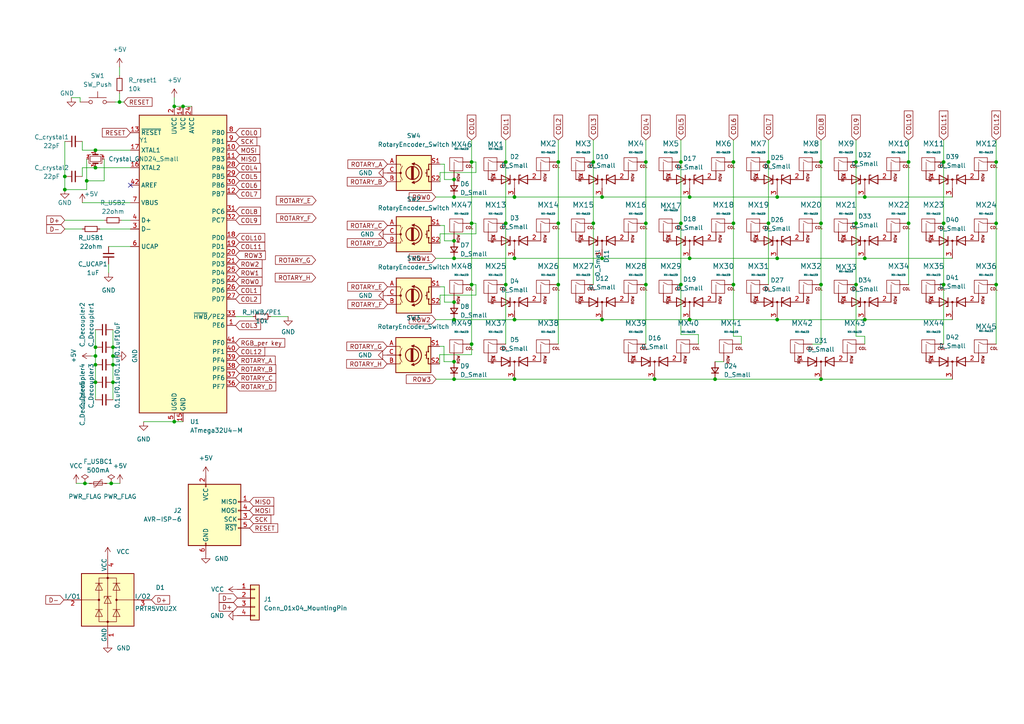
<source format=kicad_sch>
(kicad_sch (version 20211123) (generator eeschema)
  (paper "A4")
  (junction (at 200.025 74.93))
  (junction (at 522.859 69.85))
  (junction (at 344.551 52.07))
  (junction (at 360.807 129.032))
  (junction (at 344.678 46.863))
  (junction (at 426.847 46.863))
  (junction (at 403.225 69.85))
  (junction (at 401.701 120.015))
  (junction (at 288.925 82.55))
  (junction (at 225.425 92.71))
  (junction (at 382.905 92.71))
  (junction (at 403.225 74.93))
  (junction (at 383.032 26.543))
  (junction (at 263.525 64.77))
  (junction (at 344.551 69.85))
  (junction (at 431.927 120.015))
  (junction (at 288.925 46.99))
  (junction (at 432.181 74.93))
  (junction (at 238.125 109.982))
  (junction (at 149.225 109.982))
  (junction (at 200.025 57.15))
  (junction (at 248.285 64.77))
  (junction (at 343.027 129.032))
  (junction (at 431.292 102.235))
  (junction (at 403.225 92.71))
  (junction (at 27.686 110.871))
  (junction (at 18.796 51.181))
  (junction (at 343.027 102.235))
  (junction (at 212.725 64.77))
  (junction (at 443.865 69.85))
  (junction (at 187.325 46.99))
  (junction (at 464.185 74.93))
  (junction (at 149.225 74.93))
  (junction (at 27.686 100.711))
  (junction (at 197.485 64.77))
  (junction (at 131.699 52.07))
  (junction (at 482.981 102.235))
  (junction (at 464.185 69.85))
  (junction (at 172.085 46.99))
  (junction (at 464.185 92.71))
  (junction (at 24.638 140.208))
  (junction (at 136.779 99.822))
  (junction (at 443.865 92.71))
  (junction (at 32.258 140.208))
  (junction (at 443.865 52.07))
  (junction (at 484.505 92.71))
  (junction (at 521.335 120.015))
  (junction (at 273.685 46.99))
  (junction (at 423.672 46.863))
  (junction (at 382.905 74.93))
  (junction (at 484.632 26.543))
  (junction (at 423.545 92.71))
  (junction (at 522.859 74.93))
  (junction (at 442.341 120.015))
  (junction (at 364.871 74.93))
  (junction (at 383.032 46.863))
  (junction (at 288.925 64.77))
  (junction (at 136.779 82.55))
  (junction (at 248.285 46.99))
  (junction (at 464.312 26.543))
  (junction (at 225.425 57.15))
  (junction (at 435.991 92.71))
  (junction (at 343.027 144.272))
  (junction (at 433.451 26.543))
  (junction (at 248.285 82.55))
  (junction (at 432.562 52.07))
  (junction (at 522.986 46.863))
  (junction (at 131.699 74.93))
  (junction (at 27.686 48.641))
  (junction (at 27.686 103.251))
  (junction (at 502.666 46.863))
  (junction (at 522.859 52.07))
  (junction (at 381.381 129.032))
  (junction (at 464.312 46.863))
  (junction (at 238.125 46.99))
  (junction (at 381.381 102.235))
  (junction (at 250.825 74.93))
  (junction (at 161.925 46.99))
  (junction (at 238.125 64.77))
  (junction (at 401.701 102.235))
  (junction (at 131.699 104.902))
  (junction (at 462.661 102.235))
  (junction (at 364.871 52.07))
  (junction (at 364.871 92.71))
  (junction (at 149.225 57.15))
  (junction (at 32.766 110.871))
  (junction (at 187.325 64.77))
  (junction (at 381.381 144.272))
  (junction (at 50.546 122.301))
  (junction (at 364.871 69.85))
  (junction (at 238.125 82.55))
  (junction (at 212.725 46.99))
  (junction (at 484.505 52.07))
  (junction (at 522.859 92.71))
  (junction (at 250.825 57.15))
  (junction (at 25.146 52.451))
  (junction (at 502.539 74.93))
  (junction (at 443.865 74.93))
  (junction (at 172.085 64.77))
  (junction (at 443.992 46.863))
  (junction (at 263.525 46.99))
  (junction (at 502.539 52.07))
  (junction (at 382.905 52.07))
  (junction (at 273.685 64.77))
  (junction (at 403.352 46.863))
  (junction (at 225.425 74.93))
  (junction (at 161.925 64.77))
  (junction (at 344.551 92.71))
  (junction (at 212.725 82.55))
  (junction (at 174.625 92.71))
  (junction (at 464.185 52.07))
  (junction (at 32.766 103.251))
  (junction (at 443.992 26.543))
  (junction (at 146.685 46.99))
  (junction (at 207.391 109.982))
  (junction (at 32.766 100.711))
  (junction (at 131.699 69.85))
  (junction (at 189.865 109.982))
  (junction (at 403.352 26.543))
  (junction (at 161.925 82.55))
  (junction (at 131.699 92.71))
  (junction (at 27.686 43.561))
  (junction (at 364.998 26.543))
  (junction (at 200.025 92.71))
  (junction (at 50.546 30.861))
  (junction (at 502.539 92.71))
  (junction (at 522.986 26.543))
  (junction (at 250.825 92.71))
  (junction (at 442.341 102.235))
  (junction (at 435.61 69.85))
  (junction (at 502.666 26.543))
  (junction (at 18.796 54.991))
  (junction (at 174.625 57.15))
  (junction (at 423.672 26.543))
  (junction (at 344.551 74.93))
  (junction (at 502.539 69.85))
  (junction (at 131.699 87.63))
  (junction (at 343.027 120.015))
  (junction (at 197.485 46.99))
  (junction (at 174.625 74.93))
  (junction (at 382.905 69.85))
  (junction (at 361.95 144.272))
  (junction (at 364.998 46.863))
  (junction (at 136.779 46.99))
  (junction (at 462.661 120.015))
  (junction (at 222.885 46.99))
  (junction (at 131.699 109.982))
  (junction (at 381.381 120.015))
  (junction (at 146.685 64.77))
  (junction (at 146.685 82.55))
  (junction (at 423.545 74.93))
  (junction (at 484.505 69.85))
  (junction (at 482.981 120.015))
  (junction (at 131.699 57.15))
  (junction (at 423.545 69.85))
  (junction (at 32.766 105.791))
  (junction (at 403.225 52.07))
  (junction (at 27.686 105.791))
  (junction (at 34.671 29.591))
  (junction (at 197.485 82.55))
  (junction (at 53.086 30.861))
  (junction (at 273.685 82.55))
  (junction (at 484.505 74.93))
  (junction (at 484.632 46.863))
  (junction (at 187.325 82.55))
  (junction (at 149.225 92.71))
  (junction (at 423.545 52.07))
  (junction (at 521.335 102.235))
  (junction (at 344.678 26.543))
  (junction (at 222.885 64.77))
  (junction (at 136.779 64.77))
  (no_connect (at 37.846 53.721))
  (wire (pts (xy 20.701 28.321) (xy 23.241 28.321)))
  (wire (pts (xy 344.678 46.863) (xy 364.998 46.863)))
  (wire (pts (xy 23.876 48.641) (xy 27.686 48.641)))
  (wire (pts (xy 50.546 28.321) (xy 50.546 30.861)))
  (wire (pts (xy 541.655 120.015) (xy 521.335 120.015)))
  (wire (pts (xy 443.865 67.31) (xy 443.865 69.85)))
  (wire (pts (xy 443.992 29.083) (xy 443.992 26.543)))
  (wire (pts (xy 484.632 26.543) (xy 484.632 29.083)))
  (wire (pts (xy 513.715 109.855) (xy 490.601 109.855)))
  (wire (pts (xy 128.905 65.405) (xy 128.905 69.85)))
  (wire (pts (xy 222.885 46.99) (xy 222.885 64.77)))
  (wire (pts (xy 324.358 26.543) (xy 344.678 26.543)))
  (wire (pts (xy 403.352 46.863) (xy 423.672 46.863)))
  (wire (pts (xy 502.539 67.31) (xy 502.539 69.85)))
  (wire (pts (xy 381.381 117.475) (xy 381.381 120.015)))
  (wire (pts (xy 375.285 59.69) (xy 372.491 59.69)))
  (wire (pts (xy 335.407 109.855) (xy 330.327 109.855)))
  (wire (pts (xy 33.401 29.591) (xy 34.671 29.591)))
  (wire (pts (xy 381.381 129.032) (xy 401.701 129.032)))
  (wire (pts (xy 50.546 122.301) (xy 53.086 122.301)))
  (wire (pts (xy 502.666 44.323) (xy 502.666 46.863)))
  (wire (pts (xy 530.606 36.703) (xy 535.686 36.703)))
  (wire (pts (xy 442.341 120.015) (xy 442.341 117.475)))
  (wire (pts (xy 324.231 90.17) (xy 324.231 92.71)))
  (wire (pts (xy 127.635 52.705) (xy 127.635 50.038)))
  (wire (pts (xy 403.225 92.71) (xy 423.545 92.71)))
  (wire (pts (xy 197.485 64.77) (xy 197.485 82.55)))
  (wire (pts (xy 127.508 105.537) (xy 127.508 102.87)))
  (wire (pts (xy 361.95 144.272) (xy 343.027 144.272)))
  (wire (pts (xy 435.991 92.71) (xy 443.865 92.71)))
  (wire (pts (xy 510.159 82.55) (xy 515.239 82.55)))
  (wire (pts (xy 471.932 36.703) (xy 477.012 36.703)))
  (wire (pts (xy 464.312 26.543) (xy 484.632 26.543)))
  (wire (pts (xy 482.981 120.015) (xy 462.661 120.015)))
  (wire (pts (xy 364.871 74.93) (xy 344.551 74.93)))
  (wire (pts (xy 131.699 69.85) (xy 128.905 69.85)))
  (wire (pts (xy 395.605 59.69) (xy 390.525 59.69)))
  (wire (pts (xy 401.701 117.475) (xy 401.701 120.015)))
  (wire (pts (xy 131.699 92.71) (xy 149.225 92.71)))
  (wire (pts (xy 78.486 91.821) (xy 83.566 91.821)))
  (wire (pts (xy 315.087 59.69) (xy 315.087 82.55)))
  (wire (pts (xy 443.992 46.863) (xy 464.312 46.863)))
  (wire (pts (xy 549.275 109.855) (xy 553.72 109.855)))
  (wire (pts (xy 288.925 40.64) (xy 288.925 46.99)))
  (wire (pts (xy 25.146 52.451) (xy 30.226 52.451)))
  (wire (pts (xy 34.671 27.051) (xy 34.671 29.591)))
  (wire (pts (xy 250.825 74.93) (xy 276.225 74.93)))
  (wire (pts (xy 357.251 59.69) (xy 352.171 59.69)))
  (wire (pts (xy 136.779 82.55) (xy 136.779 99.822)))
  (wire (pts (xy 238.125 64.77) (xy 238.125 82.55)))
  (wire (pts (xy 344.551 52.07) (xy 364.871 52.07)))
  (wire (pts (xy 410.972 36.703) (xy 416.052 36.703)))
  (wire (pts (xy 288.925 82.55) (xy 288.925 99.822)))
  (wire (pts (xy 522.986 44.323) (xy 522.986 46.863)))
  (wire (pts (xy 443.865 74.93) (xy 432.181 74.93)))
  (wire (pts (xy 127.635 47.625) (xy 128.905 47.625)))
  (wire (pts (xy 30.988 140.208) (xy 32.258 140.208)))
  (wire (pts (xy 423.545 92.71) (xy 423.545 90.17)))
  (wire (pts (xy 215.011 97.536) (xy 215.011 99.822)))
  (wire (pts (xy 415.925 59.69) (xy 410.845 59.69)))
  (wire (pts (xy 222.885 64.77) (xy 222.885 82.55)))
  (wire (pts (xy 189.865 109.982) (xy 207.391 109.982)))
  (wire (pts (xy 383.032 26.543) (xy 403.352 26.543)))
  (wire (pts (xy 68.326 91.821) (xy 73.406 91.821)))
  (wire (pts (xy 382.905 52.07) (xy 403.225 52.07)))
  (wire (pts (xy 127.635 88.265) (xy 127.635 85.598)))
  (wire (pts (xy 32.766 100.711) (xy 32.766 95.631)))
  (wire (pts (xy 32.766 103.251) (xy 32.766 100.711)))
  (wire (pts (xy 32.766 105.791) (xy 32.766 103.251)))
  (wire (pts (xy 161.925 40.64) (xy 161.925 46.99)))
  (wire (pts (xy 324.358 44.323) (xy 324.358 46.863)))
  (wire (pts (xy 382.905 67.31) (xy 382.905 69.85)))
  (wire (pts (xy 23.241 29.591) (xy 23.241 28.321)))
  (wire (pts (xy 32.258 140.208) (xy 34.798 140.208)))
  (wire (pts (xy 174.625 74.93) (xy 200.025 74.93)))
  (wire (pts (xy 136.779 102.87) (xy 136.779 99.822)))
  (wire (pts (xy 432.181 74.93) (xy 423.545 74.93)))
  (wire (pts (xy 410.845 82.55) (xy 415.925 82.55)))
  (wire (pts (xy 273.685 40.64) (xy 273.685 46.99)))
  (wire (pts (xy 423.672 26.543) (xy 423.672 29.083)))
  (wire (pts (xy 553.593 36.703) (xy 553.593 59.69)))
  (wire (pts (xy 197.485 97.028) (xy 202.565 97.028)))
  (wire (pts (xy 41.656 122.301) (xy 50.546 122.301)))
  (wire (pts (xy 146.685 40.64) (xy 146.685 46.99)))
  (wire (pts (xy 248.285 40.64) (xy 248.285 46.99)))
  (wire (pts (xy 187.325 46.99) (xy 187.325 64.77)))
  (wire (pts (xy 510.286 36.703) (xy 515.366 36.703)))
  (wire (pts (xy 464.185 52.07) (xy 484.505 52.07)))
  (wire (pts (xy 522.859 74.93) (xy 502.539 74.93)))
  (wire (pts (xy 172.085 40.64) (xy 172.085 46.99)))
  (wire (pts (xy 146.685 46.99) (xy 146.685 64.77)))
  (wire (pts (xy 484.505 92.71) (xy 502.539 92.71)))
  (wire (pts (xy 27.686 103.251) (xy 27.686 100.711)))
  (wire (pts (xy 263.525 40.64) (xy 263.525 46.99)))
  (wire (pts (xy 225.425 57.15) (xy 250.825 57.15)))
  (wire (pts (xy 382.905 92.71) (xy 403.225 92.71)))
  (wire (pts (xy 53.086 30.861) (xy 55.626 30.861)))
  (wire (pts (xy 530.479 82.55) (xy 535.559 82.55)))
  (wire (pts (xy 127.508 102.87) (xy 136.779 102.87)))
  (wire (pts (xy 18.796 41.021) (xy 18.796 51.181)))
  (wire (pts (xy 389.001 136.652) (xy 394.081 136.652)))
  (wire (pts (xy 126.365 74.93) (xy 131.699 74.93)))
  (wire (pts (xy 128.905 83.185) (xy 128.905 87.63)))
  (wire (pts (xy 381.381 144.272) (xy 361.95 144.272)))
  (wire (pts (xy 455.041 109.855) (xy 449.961 109.855)))
  (wire (pts (xy 248.285 64.77) (xy 248.285 82.55)))
  (wire (pts (xy 443.865 52.07) (xy 464.185 52.07)))
  (wire (pts (xy 31.496 76.581) (xy 31.496 79.121)))
  (wire (pts (xy 288.925 64.77) (xy 288.925 82.55)))
  (wire (pts (xy 136.779 40.64) (xy 136.779 46.99)))
  (wire (pts (xy 200.025 74.93) (xy 225.425 74.93)))
  (wire (pts (xy 187.325 82.55) (xy 187.325 99.822)))
  (wire (pts (xy 502.539 92.71) (xy 522.859 92.71)))
  (wire (pts (xy 263.525 64.77) (xy 263.525 82.55)))
  (wire (pts (xy 250.825 92.71) (xy 276.225 92.71)))
  (wire (pts (xy 187.325 40.64) (xy 187.325 46.99)))
  (wire (pts (xy 127.635 70.485) (xy 127.635 67.818)))
  (wire (pts (xy 32.766 103.251) (xy 34.036 103.251)))
  (wire (pts (xy 515.239 59.69) (xy 510.159 59.69)))
  (wire (pts (xy 128.905 47.625) (xy 128.905 52.07)))
  (wire (pts (xy 553.593 59.69) (xy 550.799 59.69)))
  (wire (pts (xy 27.686 100.711) (xy 27.686 95.631)))
  (wire (pts (xy 25.146 46.101) (xy 25.146 52.451)))
  (wire (pts (xy 423.672 26.543) (xy 433.451 26.543)))
  (wire (pts (xy 403.352 44.323) (xy 403.352 46.863)))
  (wire (pts (xy 381.381 120.015) (xy 343.027 120.015)))
  (wire (pts (xy 484.505 74.93) (xy 464.185 74.93)))
  (wire (pts (xy 443.865 69.85) (xy 464.185 69.85)))
  (wire (pts (xy 403.225 67.31) (xy 403.225 69.85)))
  (wire (pts (xy 372.491 82.55) (xy 375.285 82.55)))
  (wire (pts (xy 324.358 46.863) (xy 344.678 46.863)))
  (wire (pts (xy 464.185 92.71) (xy 484.505 92.71)))
  (wire (pts (xy 250.825 97.536) (xy 250.825 99.822)))
  (wire (pts (xy 443.992 26.543) (xy 464.312 26.543)))
  (wire (pts (xy 149.225 74.93) (xy 174.625 74.93)))
  (wire (pts (xy 28.956 66.421) (xy 37.846 66.421)))
  (wire (pts (xy 494.919 59.69) (xy 492.125 59.69)))
  (wire (pts (xy 126.365 57.15) (xy 131.699 57.15)))
  (wire (pts (xy 521.335 102.235) (xy 482.981 102.235)))
  (wire (pts (xy 344.678 26.543) (xy 364.998 26.543)))
  (wire (pts (xy 502.666 46.863) (xy 522.986 46.863)))
  (wire (pts (xy 541.655 102.235) (xy 521.335 102.235)))
  (wire (pts (xy 225.425 92.71) (xy 250.825 92.71)))
  (wire (pts (xy 390.525 82.55) (xy 395.605 82.55)))
  (wire (pts (xy 521.335 117.475) (xy 521.335 120.015)))
  (wire (pts (xy 127.635 50.038) (xy 138.049 50.038)))
  (wire (pts (xy 344.551 67.31) (xy 344.551 69.85)))
  (wire (pts (xy 324.358 29.083) (xy 324.358 26.543)))
  (wire (pts (xy 161.925 82.55) (xy 161.925 99.822)))
  (wire (pts (xy 352.298 36.703) (xy 357.378 36.703)))
  (wire (pts (xy 18.796 51.181) (xy 18.796 54.991)))
  (wire (pts (xy 534.035 109.855) (xy 528.955 109.855)))
  (wire (pts (xy 433.451 26.543) (xy 443.992 26.543)))
  (wire (pts (xy 464.312 26.543) (xy 464.312 29.083)))
  (wire (pts (xy 502.539 90.17) (xy 502.539 92.71)))
  (wire (pts (xy 273.685 46.99) (xy 273.685 64.77)))
  (wire (pts (xy 382.905 90.17) (xy 382.905 92.71)))
  (wire (pts (xy 26.416 103.251) (xy 27.686 103.251)))
  (wire (pts (xy 207.391 104.902) (xy 209.931 104.902)))
  (wire (pts (xy 174.625 57.15) (xy 200.025 57.15)))
  (wire (pts (xy 492.252 36.703) (xy 495.046 36.703)))
  (wire (pts (xy 32.766 110.871) (xy 32.766 105.791)))
  (wire (pts (xy 127.635 65.405) (xy 128.905 65.405)))
  (wire (pts (xy 442.341 102.235) (xy 431.292 102.235)))
  (wire (pts (xy 502.539 52.07) (xy 522.859 52.07)))
  (wire (pts (xy 202.565 97.028) (xy 202.565 99.822)))
  (wire (pts (xy 431.292 102.235) (xy 401.701 102.235)))
  (wire (pts (xy 535.559 59.69) (xy 530.479 59.69)))
  (wire (pts (xy 50.546 30.861) (xy 53.086 30.861)))
  (wire (pts (xy 138.049 50.038) (xy 138.049 46.99)))
  (wire (pts (xy 364.871 69.85) (xy 382.905 69.85)))
  (wire (pts (xy 522.859 67.31) (xy 522.859 69.85)))
  (wire (pts (xy 212.725 82.55) (xy 212.725 97.536)))
  (wire (pts (xy 344.678 26.543) (xy 344.678 29.083)))
  (wire (pts (xy 423.545 69.85) (xy 435.61 69.85)))
  (wire (pts (xy 541.655 117.475) (xy 541.655 120.015)))
  (wire (pts (xy 331.851 82.55) (xy 336.931 82.55)))
  (wire (pts (xy 464.312 44.323) (xy 464.312 46.863)))
  (wire (pts (xy 131.699 109.982) (xy 149.225 109.982)))
  (wire (pts (xy 522.986 26.543) (xy 543.306 26.543)))
  (wire (pts (xy 131.699 87.63) (xy 128.905 87.63)))
  (wire (pts (xy 364.871 90.17) (xy 364.871 92.71)))
  (wire (pts (xy 34.671 19.431) (xy 34.671 21.971)))
  (wire (pts (xy 484.505 69.85) (xy 502.539 69.85)))
  (wire (pts (xy 462.661 117.475) (xy 462.661 120.015)))
  (wire (pts (xy 126.365 92.71) (xy 131.699 92.71)))
  (wire (pts (xy 350.647 136.652) (xy 373.761 136.652)))
  (wire (pts (xy 263.525 46.99) (xy 263.525 64.77)))
  (wire (pts (xy 364.871 67.31) (xy 364.871 69.85)))
  (wire (pts (xy 136.779 46.99) (xy 136.779 64.77)))
  (wire (pts (xy 484.505 90.17) (xy 484.505 92.71)))
  (wire (pts (xy 238.125 82.55) (xy 238.125 99.822)))
  (wire (pts (xy 403.225 69.85) (xy 423.545 69.85)))
  (wire (pts (xy 364.998 26.543) (xy 383.032 26.543)))
  (wire (pts (xy 443.865 92.71) (xy 464.185 92.71)))
  (wire (pts (xy 401.701 120.015) (xy 381.381 120.015)))
  (wire (pts (xy 315.087 82.55) (xy 316.611 82.55)))
  (wire (pts (xy 492.125 82.55) (xy 494.919 82.55)))
  (wire (pts (xy 423.672 46.863) (xy 426.847 46.863)))
  (wire (pts (xy 464.185 69.85) (xy 484.505 69.85)))
  (wire (pts (xy 322.707 120.015) (xy 322.707 117.475)))
  (wire (pts (xy 136.779 64.77) (xy 136.779 82.55)))
  (wire (pts (xy 372.618 36.703) (xy 375.412 36.703)))
  (wire (pts (xy 484.632 26.543) (xy 502.666 26.543)))
  (wire (pts (xy 322.707 129.032) (xy 343.027 129.032)))
  (wire (pts (xy 502.666 26.543) (xy 522.986 26.543)))
  (wire (pts (xy 442.341 120.015) (xy 431.927 120.015)))
  (wire (pts (xy 138.049 67.818) (xy 138.049 64.77)))
  (wire (pts (xy 451.612 36.703) (xy 456.692 36.703)))
  (wire (pts (xy 324.231 69.85) (xy 344.551 69.85)))
  (wire (pts (xy 543.306 26.543) (xy 543.306 29.083)))
  (wire (pts (xy 403.225 52.07) (xy 423.545 52.07)))
  (wire (pts (xy 138.049 82.55) (xy 136.779 82.55)))
  (wire (pts (xy 436.245 59.69) (xy 431.165 59.69)))
  (wire (pts (xy 161.925 64.77) (xy 161.925 82.55)))
  (wire (pts (xy 32.766 115.951) (xy 32.766 110.871)))
  (wire (pts (xy 172.085 64.77) (xy 172.085 82.55)))
  (wire (pts (xy 476.885 59.69) (xy 471.805 59.69)))
  (wire (pts (xy 344.678 44.323) (xy 344.678 46.863)))
  (wire (pts (xy 344.551 74.93) (xy 324.231 74.93)))
  (wire (pts (xy 344.551 90.17) (xy 344.551 92.71)))
  (wire (pts (xy 315.087 109.855) (xy 315.087 136.652)))
  (wire (pts (xy 149.225 109.982) (xy 189.865 109.982)))
  (wire (pts (xy 138.049 64.77) (xy 136.779 64.77)))
  (wire (pts (xy 401.701 102.235) (xy 381.381 102.235)))
  (wire (pts (xy 462.661 102.235) (xy 442.341 102.235)))
  (wire (pts (xy 248.285 97.536) (xy 250.825 97.536)))
  (wire (pts (xy 161.925 46.99) (xy 161.925 64.77)))
  (wire (pts (xy 553.72 82.55) (xy 553.72 109.855)))
  (wire (pts (xy 128.778 104.902) (xy 131.699 104.902)))
  (wire (pts (xy 222.885 40.64) (xy 222.885 46.99)))
  (wire (pts (xy 502.539 69.85) (xy 522.859 69.85)))
  (wire (pts (xy 212.725 64.77) (xy 212.725 82.55)))
  (wire (pts (xy 331.978 36.703) (xy 337.058 36.703)))
  (wire (pts (xy 471.805 82.55) (xy 476.885 82.55)))
  (wire (pts (xy 484.505 52.07) (xy 502.539 52.07)))
  (wire (pts (xy 197.485 46.99) (xy 197.485 64.77)))
  (wire (pts (xy 464.185 90.17) (xy 464.185 92.71)))
  (wire (pts (xy 382.905 69.85) (xy 403.225 69.85)))
  (wire (pts (xy 315.087 59.69) (xy 316.611 59.69)))
  (wire (pts (xy 238.125 40.64) (xy 238.125 46.99)))
  (wire (pts (xy 127.635 85.598) (xy 138.049 85.598)))
  (wire (pts (xy 435.61 69.85) (xy 443.865 69.85)))
  (wire (pts (xy 373.761 109.855) (xy 350.647 109.855)))
  (wire (pts (xy 484.632 44.323) (xy 484.632 46.863)))
  (wire (pts (xy 432.562 52.07) (xy 443.865 52.07)))
  (wire (pts (xy 330.327 136.652) (xy 335.407 136.652)))
  (wire (pts (xy 423.545 92.71) (xy 435.991 92.71)))
  (wire (pts (xy 131.699 52.07) (xy 128.905 52.07)))
  (wire (pts (xy 324.231 92.71) (xy 344.551 92.71)))
  (wire (pts (xy 360.807 129.032) (xy 381.381 129.032)))
  (wire (pts (xy 200.025 57.15) (xy 225.425 57.15)))
  (wire (pts (xy 521.335 120.015) (xy 482.981 120.015)))
  (wire (pts (xy 35.306 63.881) (xy 37.846 63.881)))
  (wire (pts (xy 364.871 92.71) (xy 382.905 92.71)))
  (wire (pts (xy 197.485 82.55) (xy 197.485 97.028)))
  (wire (pts (xy 522.859 90.17) (xy 522.859 92.71)))
  (wire (pts (xy 146.685 82.55) (xy 146.685 99.822)))
  (wire (pts (xy 462.661 120.015) (xy 442.341 120.015)))
  (wire (pts (xy 27.686 115.951) (xy 27.686 110.871)))
  (wire (pts (xy 200.025 92.71) (xy 225.425 92.71)))
  (wire (pts (xy 484.505 67.31) (xy 484.505 69.85)))
  (wire (pts (xy 27.686 48.641) (xy 37.846 48.641)))
  (wire (pts (xy 138.049 85.598) (xy 138.049 82.55)))
  (wire (pts (xy 364.998 44.323) (xy 364.998 46.863)))
  (wire (pts (xy 18.796 54.991) (xy 25.146 54.991)))
  (wire (pts (xy 212.725 46.99) (xy 212.725 64.77)))
  (wire (pts (xy 522.859 92.71) (xy 543.179 92.71)))
  (wire (pts (xy 431.927 120.015) (xy 401.701 120.015)))
  (wire (pts (xy 128.778 100.457) (xy 128.778 104.902)))
  (wire (pts (xy 403.225 90.17) (xy 403.225 92.71)))
  (wire (pts (xy 174.625 92.71) (xy 200.025 92.71)))
  (wire (pts (xy 464.185 67.31) (xy 464.185 69.85)))
  (wire (pts (xy 364.871 52.07) (xy 382.905 52.07)))
  (wire (pts (xy 126.492 109.982) (xy 131.699 109.982)))
  (wire (pts (xy 127.635 67.818) (xy 138.049 67.818)))
  (wire (pts (xy 550.926 36.703) (xy 553.593 36.703)))
  (wire (pts (xy 464.312 46.863) (xy 484.632 46.863)))
  (wire (pts (xy 364.998 26.543) (xy 364.998 29.083)))
  (wire (pts (xy 149.225 57.15) (xy 174.625 57.15)))
  (wire (pts (xy 23.876 58.801) (xy 37.846 58.801)))
  (wire (pts (xy 543.306 46.863) (xy 543.306 44.323)))
  (wire (pts (xy 434.721 109.855) (xy 409.321 109.855)))
  (wire (pts (xy 390.652 36.703) (xy 395.732 36.703)))
  (wire (pts (xy 238.125 109.982) (xy 276.225 109.982)))
  (wire (pts (xy 403.352 26.543) (xy 403.352 29.083)))
  (wire (pts (xy 403.352 26.543) (xy 423.672 26.543)))
  (wire (pts (xy 18.796 63.881) (xy 30.226 63.881)))
  (wire (pts (xy 273.685 64.77) (xy 273.685 82.55)))
  (wire (pts (xy 22.098 140.208) (xy 24.638 140.208)))
  (wire (pts (xy 343.027 120.015) (xy 322.707 120.015)))
  (wire (pts (xy 131.699 74.93) (xy 149.225 74.93)))
  (wire (pts (xy 522.859 52.07) (xy 543.179 52.07)))
  (wire (pts (xy 127.508 100.457) (xy 128.778 100.457)))
  (wire (pts (xy 235.585 99.822) (xy 238.125 99.822)))
  (wire (pts (xy 30.226 52.451) (xy 30.226 46.101)))
  (wire (pts (xy 187.325 64.77) (xy 187.325 82.55)))
  (wire (pts (xy 131.699 57.15) (xy 149.225 57.15)))
  (wire (pts (xy 456.565 59.69) (xy 451.485 59.69)))
  (wire (pts (xy 31.496 71.501) (xy 37.846 71.501)))
  (wire (pts (xy 343.027 129.032) (xy 360.807 129.032)))
  (wire (pts (xy 212.725 97.536) (xy 215.011 97.536)))
  (wire (pts (xy 344.551 92.71) (xy 364.871 92.71)))
  (wire (pts (xy 423.545 52.07) (xy 432.562 52.07)))
  (wire (pts (xy 27.686 110.871) (xy 27.686 105.791)))
  (wire (pts (xy 250.825 57.15) (xy 276.225 57.15)))
  (wire (pts (xy 423.545 74.93) (xy 403.225 74.93)))
  (wire (pts (xy 403.225 74.93) (xy 382.905 74.93)))
  (wire (pts (xy 464.185 74.93) (xy 443.865 74.93)))
  (wire (pts (xy 27.686 105.791) (xy 27.686 103.251)))
  (wire (pts (xy 197.485 40.64) (xy 197.485 46.99)))
  (wire (pts (xy 336.931 59.69) (xy 331.851 59.69)))
  (wire (pts (xy 324.231 67.31) (xy 324.231 69.85)))
  (wire (pts (xy 426.847 46.863) (xy 443.992 46.863)))
  (wire (pts (xy 146.685 64.77) (xy 146.685 82.55)))
  (wire (pts (xy 401.701 144.272) (xy 381.381 144.272)))
  (wire (pts (xy 423.672 46.863) (xy 423.672 44.323)))
  (wire (pts (xy 207.391 109.982) (xy 238.125 109.982)))
  (wire (pts (xy 502.539 74.93) (xy 484.505 74.93)))
  (wire (pts (xy 550.799 82.55) (xy 553.72 82.55)))
  (wire (pts (xy 543.179 69.85) (xy 543.179 67.31)))
  (wire (pts (xy 225.425 74.93) (xy 250.825 74.93)))
  (wire (pts (xy 443.865 90.17) (xy 443.865 92.71)))
  (wire (pts (xy 288.925 46.99) (xy 288.925 64.77)))
  (wire (pts (xy 238.125 46.99) (xy 238.125 64.77)))
  (wire (pts (xy 383.032 26.543) (xy 383.032 29.083)))
  (wire (pts (xy 394.081 109.855) (xy 389.001 109.855)))
  (wire (pts (xy 212.725 40.64) (xy 212.725 46.99)))
  (wire (pts (xy 522.859 69.85) (xy 543.179 69.85)))
  (wire (pts (xy 431.165 82.55) (xy 436.245 82.55)))
  (wire (pts (xy 443.992 44.323) (xy 443.992 46.863)))
  (wire (pts (xy 18.796 66.421) (xy 23.876 66.421)))
  (wire (pts (xy 383.032 44.323) (xy 383.032 46.863)))
  (wire (pts (xy 522.986 46.863) (xy 543.306 46.863)))
  (wire (pts (xy 343.027 117.475) (xy 343.027 120.015)))
  (wire (pts (xy 343.027 144.272) (xy 322.707 144.272)))
  (wire (pts (xy 431.292 36.703) (xy 436.372 36.703)))
  (wire (pts (xy 484.632 46.863) (xy 502.666 46.863)))
  (wire (pts (xy 543.179 92.71) (xy 543.179 90.17)))
  (wire (pts (xy 25.146 52.451) (xy 25.146 54.991)))
  (wire (pts (xy 352.171 82.55) (xy 357.251 82.55)))
  (wire (pts (xy 172.085 46.99) (xy 172.085 64.77)))
  (wire (pts (xy 27.686 43.561) (xy 37.846 43.561)))
  (wire (pts (xy 343.027 102.235) (xy 322.707 102.235)))
  (wire (pts (xy 324.231 52.07) (xy 344.551 52.07)))
  (wire (pts (xy 127.635 83.185) (xy 128.905 83.185)))
  (wire (pts (xy 543.179 74.93) (xy 522.859 74.93)))
  (wire (pts (xy 423.545 69.85) (xy 423.545 67.31)))
  (wire (pts (xy 482.981 117.475) (xy 482.981 120.015)))
  (wire (pts (xy 364.998 46.863) (xy 383.032 46.863)))
  (wire (pts (xy 34.671 29.591) (xy 35.941 29.591)))
  (wire (pts (xy 23.876 51.181) (xy 23.876 48.641)))
  (wire (pts (xy 138.049 46.99) (xy 136.779 46.99)))
  (wire (pts (xy 502.666 26.543) (xy 502.666 29.083)))
  (wire (pts (xy 381.381 102.235) (xy 343.027 102.235)))
  (wire (pts (xy 273.685 99.822) (xy 273.685 82.55)))
  (wire (pts (xy 149.225 92.71) (xy 174.625 92.71)))
  (wire (pts (xy 23.876 43.561) (xy 27.686 43.561)))
  (wire (pts (xy 248.285 97.536) (xy 248.285 82.55)))
  (wire (pts (xy 248.285 46.99) (xy 248.285 64.77)))
  (wire (pts (xy 482.981 102.235) (xy 462.661 102.235)))
  (wire (pts (xy 383.032 46.863) (xy 403.352 46.863)))
  (wire (pts (xy 24.638 140.208) (xy 25.908 140.208)))
  (wire (pts (xy 522.986 26.543) (xy 522.986 29.083)))
  (wire (pts (xy 451.485 82.55) (xy 456.565 82.55)))
  (wire (pts (xy 344.551 69.85) (xy 364.871 69.85)))
  (wire (pts (xy 475.361 109.855) (xy 470.281 109.855)))
  (wire (pts (xy 23.876 41.021) (xy 23.876 43.561)))
  (wire (pts (xy 382.905 74.93) (xy 364.871 74.93)))
  (global_label "ROTARY_C" (shape input) (at 68.326 109.601 0) (property "Intersheet References" "${INTERSHEET_REFS}" (effects hide)))
  (global_label "ROTARY_A" (shape input) (at 68.326 104.521 0) (property "Intersheet References" "${INTERSHEET_REFS}" (effects hide)))
  (global_label "COL11" (shape input) (at 68.326 71.501 0) (property "Intersheet References" "${INTERSHEET_REFS}" (effects hide)))
  (global_label "ROTARY_B" (shape input) (at 68.326 107.061 0) (property "Intersheet References" "${INTERSHEET_REFS}" (effects hide)))
  (global_label "COL7" (shape input) (at 68.326 56.261 0) (property "Intersheet References" "${INTERSHEET_REFS}" (effects hide)))
  (global_label "ROW1" (shape input) (at 68.326 79.121 0) (property "Intersheet References" "${INTERSHEET_REFS}" (effects hide)))
  (global_label "D+" (shape input) (at 18.796 63.881 180) (property "Intersheet References" "${INTERSHEET_REFS}" (effects hide)))
  (global_label "D-" (shape input) (at 18.796 66.421 180) (property "Intersheet References" "${INTERSHEET_REFS}" (effects hide)))
  (global_label "ROTARY_H" (shape input) (at 112.268 105.537 180) (property "Intersheet References" "${INTERSHEET_REFS}" (effects hide)))
  (global_label "SCK" (shape input) (at 68.326 41.021 0) (property "Intersheet References" "${INTERSHEET_REFS}" (effects hide)))
  (global_label "ROTARY_A" (shape input) (at 112.395 47.625 180) (property "Intersheet References" "${INTERSHEET_REFS}" (effects hide)))
  (global_label "COL10" (shape input) (at 263.525 40.64 90) (property "Intersheet References" "${INTERSHEET_REFS}" (effects hide)))
  (global_label "MISO" (shape input) (at 68.326 46.101 0) (property "Intersheet References" "${INTERSHEET_REFS}" (effects hide)))
  (global_label "ROTARY_D" (shape input) (at 68.326 112.141 0) (property "Intersheet References" "${INTERSHEET_REFS}" (effects hide)))
  (global_label "COL2" (shape input) (at 68.326 86.741 0) (property "Intersheet References" "${INTERSHEET_REFS}" (effects hide)))
  (global_label "COL4" (shape input) (at 187.325 40.64 90) (property "Intersheet References" "${INTERSHEET_REFS}" (effects hide)))
  (global_label "D-" (shape input) (at 18.542 173.99 180) (property "Intersheet References" "${INTERSHEET_REFS}" (effects hide)))
  (global_label "D+" (shape input) (at 43.942 173.99 0) (property "Intersheet References" "${INTERSHEET_REFS}" (effects hide)))
  (global_label "ROTARY_E" (shape input) (at 112.395 83.185 180) (property "Intersheet References" "${INTERSHEET_REFS}" (effects hide)))
  (global_label "ROTARY_E" (shape input) (at 91.694 58.166 180) (property "Intersheet References" "${INTERSHEET_REFS}" (effects hide)))
  (global_label "ROW1" (shape input) (at 126.365 74.93 180) (property "Intersheet References" "${INTERSHEET_REFS}" (effects hide)))
  (global_label "COL9" (shape input) (at 248.285 40.64 90) (property "Intersheet References" "${INTERSHEET_REFS}" (effects hide)))
  (global_label "COL2" (shape input) (at 161.925 40.64 90) (property "Intersheet References" "${INTERSHEET_REFS}" (effects hide)))
  (global_label " ROW3" (shape input) (at 126.492 109.982 180) (property "Intersheet References" "${INTERSHEET_REFS}" (effects hide)))
  (global_label "COL1" (shape input) (at 68.326 84.201 0) (property "Intersheet References" "${INTERSHEET_REFS}" (effects hide)))
  (global_label "COL10" (shape input) (at 68.326 68.961 0) (property "Intersheet References" "${INTERSHEET_REFS}" (effects hide)))
  (global_label "MOSI" (shape input) (at 72.39 148.082 0) (property "Intersheet References" "${INTERSHEET_REFS}" (effects hide)))
  (global_label "COL5" (shape input) (at 197.485 40.64 90) (property "Intersheet References" "${INTERSHEET_REFS}" (effects hide)))
  (global_label "RGB_per key" (shape input) (at 316.738 36.703 180) (property "Intersheet References" "${INTERSHEET_REFS}" (effects hide)))
  (global_label "ROTARY_G" (shape input) (at 91.567 75.438 180) (property "Intersheet References" "${INTERSHEET_REFS}" (effects hide)))
  (global_label " ROW3" (shape input) (at 68.326 74.041 0) (property "Intersheet References" "${INTERSHEET_REFS}" (effects hide)))
  (global_label "MISO" (shape input) (at 72.39 145.542 0) (property "Intersheet References" "${INTERSHEET_REFS}" (effects hide)))
  (global_label "COL0" (shape input) (at 68.326 38.481 0) (property "Intersheet References" "${INTERSHEET_REFS}" (effects hide)))
  (global_label "COL12" (shape input) (at 288.925 40.64 90) (property "Intersheet References" "${INTERSHEET_REFS}" (effects hide)))
  (global_label "RGB_per key" (shape input) (at 68.326 99.441 0) (property "Intersheet References" "${INTERSHEET_REFS}" (effects hide)))
  (global_label "RESET" (shape input) (at 35.941 29.591 0) (property "Intersheet References" "${INTERSHEET_REFS}" (effects hide)))
  (global_label "ROTARY_H" (shape input) (at 91.567 80.518 180) (property "Intersheet References" "${INTERSHEET_REFS}" (effects hide)))
  (global_label "COL6" (shape input) (at 68.326 53.721 0) (property "Intersheet References" "${INTERSHEET_REFS}" (effects hide)))
  (global_label "ROW0" (shape input) (at 126.365 57.15 180) (property "Intersheet References" "${INTERSHEET_REFS}" (effects hide)))
  (global_label "ROTARY_C" (shape input) (at 112.395 65.405 180) (property "Intersheet References" "${INTERSHEET_REFS}" (effects hide)))
  (global_label "ROW2" (shape input) (at 126.365 92.71 180) (property "Intersheet References" "${INTERSHEET_REFS}" (effects hide)))
  (global_label "ROTARY_B" (shape input) (at 112.395 52.705 180) (property "Intersheet References" "${INTERSHEET_REFS}" (effects hide)))
  (global_label "MOSI" (shape input) (at 68.326 43.561 0) (property "Intersheet References" "${INTERSHEET_REFS}" (effects hide)))
  (global_label "ROTARY_D" (shape input) (at 112.395 70.485 180) (property "Intersheet References" "${INTERSHEET_REFS}" (effects hide)))
  (global_label "ROTARY_F" (shape input) (at 91.694 63.246 180) (property "Intersheet References" "${INTERSHEET_REFS}" (effects hide)))
  (global_label "COL12" (shape input) (at 68.326 101.981 0) (property "Intersheet References" "${INTERSHEET_REFS}" (effects hide)))
  (global_label "ROW2" (shape input) (at 68.326 76.581 0) (property "Intersheet References" "${INTERSHEET_REFS}" (effects hide)))
  (global_label "COL8" (shape input) (at 68.326 61.341 0) (property "Intersheet References" "${INTERSHEET_REFS}" (effects hide)))
  (global_label "COL3" (shape input) (at 68.326 94.361 0) (property "Intersheet References" "${INTERSHEET_REFS}" (effects hide)))
  (global_label "COL9" (shape input) (at 68.326 63.881 0) (property "Intersheet References" "${INTERSHEET_REFS}" (effects hide)))
  (global_label "COL4" (shape input) (at 68.326 48.641 0) (property "Intersheet References" "${INTERSHEET_REFS}" (effects hide)))
  (global_label "ROTARY_F" (shape input) (at 112.395 88.265 180) (property "Intersheet References" "${INTERSHEET_REFS}" (effects hide)))
  (global_label "SCK" (shape input) (at 72.39 150.622 0) (property "Intersheet References" "${INTERSHEET_REFS}" (effects hide)))
  (global_label "COL11" (shape input) (at 273.685 40.64 90) (property "Intersheet References" "${INTERSHEET_REFS}" (effects hide)))
  (global_label "COL1" (shape input) (at 146.685 40.64 90) (property "Intersheet References" "${INTERSHEET_REFS}" (effects hide)))
  (global_label "COL3" (shape input) (at 172.085 40.64 90) (property "Intersheet References" "${INTERSHEET_REFS}" (effects hide)))
  (global_label "ROTARY_G" (shape input) (at 112.268 100.457 180) (property "Intersheet References" "${INTERSHEET_REFS}" (effects hide)))
  (global_label "COL6" (shape input) (at 212.725 40.64 90) (property "Intersheet References" "${INTERSHEET_REFS}" (effects hide)))
  (global_label "D+" (shape input) (at 68.834 176.022 180) (property "Intersheet References" "${INTERSHEET_REFS}" (effects hide)))
  (global_label "COL0" (shape input) (at 136.779 40.64 90) (property "Intersheet References" "${INTERSHEET_REFS}" (effects hide)))
  (global_label "RESET" (shape input) (at 37.846 38.481 180) (property "Intersheet References" "${INTERSHEET_REFS}" (effects hide)))
  (global_label "RESET" (shape input) (at 72.39 153.162 0) (property "Intersheet References" "${INTERSHEET_REFS}" (effects hide)))
  (global_label "ROW0" (shape input) (at 68.326 81.661 0) (property "Intersheet References" "${INTERSHEET_REFS}" (effects hide)))
  (global_label "COL5" (shape input) (at 68.326 51.181 0) (property "Intersheet References" "${INTERSHEET_REFS}" (effects hide)))
  (global_label "D-" (shape input) (at 68.834 173.482 180) (property "Intersheet References" "${INTERSHEET_REFS}" (effects hide)))
  (global_label "COL7" (shape input) (at 222.885 40.64 90) (property "Intersheet References" "${INTERSHEET_REFS}" (effects hide)))
  (global_label "COL8" (shape input) (at 238.125 40.64 90) (property "Intersheet References" "${INTERSHEET_REFS}" (effects hide)))
  (symbol (lib_id "crumpschemes:WS2812-2020") (at 381.381 109.855 0) (mirror y) (unit 1)
    (property "Reference" "Drgb40" (at 376.301 93.345 0))
    (property "Value" "WS2812-2020" (at 376.301 95.885 0))
    (property "Footprint" "CrumpPrints:WS2812-2020" (effects hide))
    (property "Datasheet" "http://www.peace-corp.co.jp/data/WS2812-2020_V1.0_EN.pdf" (effects hide))
  )
  (symbol (lib_id "MX_Alps_Hybrid:MX-NoLED") (at 269.875 101.092 0) (unit 1)
    (property "Reference" "MX44" (at 270.7606 93.726 0) (effects (font (size 1.524 1.524))))
    (property "Value" "MX-NoLED" (at 270.7606 96.266 0) (effects (font (size 0.508 0.508))))
    (property "Footprint" "MX_Only:MXOnly-1U-NoLED" (effects hide))
  )
  (symbol (lib_id "crumpschemes:WS2812-2020") (at 502.666 36.703 0) (unit 1)
    (property "Reference" "Drgb41" (at 495.046 20.193 0))
    (property "Value" "WS2812-2020" (at 495.046 22.733 0))
    (property "Footprint" "CrumpPrints:WS2812-2020" (effects hide))
    (property "Datasheet" "http://www.peace-corp.co.jp/data/WS2812-2020_V1.0_EN.pdf" (effects hide))
  )
  (symbol (lib_id "MX_Alps_Hybrid:MX-NoLED") (at 208.915 48.26 0) (unit 1)
    (property "Reference" "MX6" (at 209.8006 41.656 0) (effects (font (size 1.524 1.524))))
    (property "Value" "MX-NoLED" (at 209.8006 44.196 0) (effects (font (size 0.508 0.508))))
    (property "Footprint" "MX_Only:MXOnly-1U-NoLED" (effects hide))
  )
  (symbol (lib_id "MX_Alps_Hybrid:MX-NoLED") (at 211.201 101.092 0) (unit 1)
    (property "Reference" "MX41" (at 212.0866 93.726 0) (effects (font (size 1.524 1.524))))
    (property "Value" "MX-NoLED" (at 212.0866 96.266 0) (effects (font (size 0.508 0.508))))
    (property "Footprint" "MX_Only:MXOnly-7U-ReversedStabilizers-NoLED" (effects hide))
  )
  (symbol (lib_id "Device:D_Zener_Dual_CommonCathode_AAK") (at 225.425 87.63 0) (unit 1)
    (property "Reference" "D27" (at 225.425 81.28 0))
    (property "Value" "D_Small" (at 225.425 83.82 0))
    (property "Footprint" "Keebio-Parts:SOT-23" (effects hide))
  )
  (symbol (lib_id "MX_Alps_Hybrid:MX-NoLED") (at 158.115 48.26 0) (unit 1)
    (property "Reference" "MX2" (at 159.0006 41.656 0) (effects (font (size 1.524 1.524))))
    (property "Value" "MX-NoLED" (at 159.0006 44.196 0) (effects (font (size 0.508 0.508))))
    (property "Footprint" "MX_Only:MXOnly-1U-NoLED" (effects hide))
  )
  (symbol (lib_id "crumpschemes:WS2812-2020") (at 464.185 82.55 0) (unit 1)
    (property "Reference" "Drgb35" (at 466.725 60.96 0))
    (property "Value" "WS2812-2020" (at 466.725 63.5 0))
    (property "Footprint" "CrumpPrints:WS2812-2020" (effects hide))
    (property "Datasheet" "http://www.peace-corp.co.jp/data/WS2812-2020_V1.0_EN.pdf" (effects hide))
  )
  (symbol (lib_id "power:GND") (at 83.566 91.821 0) (unit 1)
    (property "Reference" "#PWR0113" (effects hide))
    (property "Value" "GND" (at 83.566 96.266 0))
  )
  (symbol (lib_id "MX_Alps_Hybrid:MX-NoLED") (at 158.115 83.82 0) (unit 1)
    (property "Reference" "MX26" (at 159.0006 77.216 0) (effects (font (size 1.524 1.524))))
    (property "Value" "MX-NoLED" (at 159.0006 79.756 0) (effects (font (size 0.508 0.508))))
    (property "Footprint" "MX_Only:MXOnly-1U-NoLED" (effects hide))
  )
  (symbol (lib_id "Device:D_Small") (at 207.391 107.442 90) (unit 1)
    (property "Reference" "D24" (at 209.931 106.1719 90) (effects (justify right)))
    (property "Value" "D_Small" (at 209.931 108.7119 90) (effects (justify right)))
    (property "Footprint" "Keebio-Parts:D_SOD123F" (effects hide))
  )
  (symbol (lib_id "crumpschemes:WS2812-2020") (at 344.551 59.69 0) (mirror y) (unit 1)
    (property "Reference" "Drgb45" (at 344.551 38.1 0))
    (property "Value" "WS2812-2020" (at 344.551 40.64 0))
    (property "Footprint" "CrumpPrints:WS2812-2020" (effects hide))
    (property "Datasheet" "http://www.peace-corp.co.jp/data/WS2812-2020_V1.0_EN.pdf" (effects hide))
  )
  (symbol (lib_id "power:GND") (at 34.036 103.251 90) (unit 1)
    (property "Reference" "#PWR0115" (effects hide))
    (property "Value" "GND" (at 39.116 103.251 0))
  )
  (symbol (lib_id "Device:C_Small") (at 31.496 74.041 0) (unit 1)
    (property "Reference" "C_UCAP1" (at 22.606 76.581 0) (effects (justify left)))
    (property "Value" "1uF" (at 25.146 79.121 0) (effects (justify left)))
    (property "Footprint" "Capacitor_SMD:C_0402_1005Metric" (effects hide))
  )
  (symbol (lib_id "MX_Alps_Hybrid:MX-NoLED") (at 183.515 48.26 0) (unit 1)
    (property "Reference" "MX4" (at 184.4006 41.656 0) (effects (font (size 1.524 1.524))))
    (property "Value" "MX-NoLED" (at 184.4006 44.196 0) (effects (font (size 0.508 0.508))))
    (property "Footprint" "MX_Only:MXOnly-1U-NoLED" (effects hide))
  )
  (symbol (lib_id "Device:C_Small") (at 30.226 110.871 90) (unit 1)
    (property "Reference" "C_Decoupler4" (at 23.876 118.491 0) (effects (justify left)))
    (property "Value" "0.1uF" (at 34.036 113.411 0) (effects (justify left)))
    (property "Footprint" "Capacitor_SMD:C_0402_1005Metric" (effects hide))
  )
  (symbol (lib_id "MX_Alps_Hybrid:MX-NoLED") (at 234.315 83.82 0) (unit 1)
    (property "Reference" "MX32" (at 235.2006 77.216 0) (effects (font (size 1.524 1.524))))
    (property "Value" "MX-NoLED" (at 235.2006 79.756 0) (effects (font (size 0.508 0.508))))
    (property "Footprint" "MX_Only:MXOnly-1U-NoLED" (effects hide))
  )
  (symbol (lib_id "power:GND") (at 435.61 69.85 0) (unit 1)
    (property "Reference" "#PWR0130" (effects hide))
    (property "Value" "GND" (at 435.61 74.93 0))
  )
  (symbol (lib_id "crumpschemes:WS2812-2020") (at 324.231 59.69 0) (mirror y) (unit 1)
    (property "Reference" "Drgb49" (at 319.151 43.18 0))
    (property "Value" "WS2812-2020" (at 319.151 45.72 0))
    (property "Footprint" "CrumpPrints:WS2812-2020" (effects hide))
    (property "Datasheet" "http://www.peace-corp.co.jp/data/WS2812-2020_V1.0_EN.pdf" (effects hide))
  )
  (symbol (lib_id "MX_Alps_Hybrid:MX-NoLED") (at 158.115 66.04 0) (unit 1)
    (property "Reference" "MX14" (at 159.0006 59.436 0) (effects (font (size 1.524 1.524))))
    (property "Value" "MX-NoLED" (at 159.0006 61.976 0) (effects (font (size 0.508 0.508))))
    (property "Footprint" "MX_Only:MXOnly-1U-NoLED" (effects hide))
  )
  (symbol (lib_id "Power_Protection:PRTR5V0U2X") (at 31.242 173.99 0) (unit 1)
    (property "Reference" "D1" (at 46.482 170.4086 0))
    (property "Value" "PRTR5V0U2X" (at 45.212 176.53 0))
    (property "Footprint" "Package_TO_SOT_SMD:SOT-143" (effects hide))
    (property "Datasheet" "https://assets.nexperia.com/documents/data-sheet/PRTR5V0U2X.pdf" (effects hide))
  )
  (symbol (lib_id "power:GND") (at 18.796 54.991 0) (unit 1)
    (property "Reference" "#PWR0118" (effects hide))
    (property "Value" "GND" (at 18.796 58.801 0))
  )
  (symbol (lib_id "MX_Alps_Hybrid:MX-NoLED") (at 142.875 101.092 0) (unit 1)
    (property "Reference" "MX37" (at 143.7606 93.726 0) (effects (font (size 1.524 1.524))))
    (property "Value" "MX-NoLED" (at 143.7606 96.266 0) (effects (font (size 0.508 0.508))))
    (property "Footprint" "MX_Only:MXOnly-1.25U-NoLED" (effects hide))
  )
  (symbol (lib_id "crumpschemes:WS2812-2020") (at 543.179 59.69 0) (mirror y) (unit 1)
    (property "Reference" "Drgb8" (at 550.799 43.18 0))
    (property "Value" "WS2812-2020" (at 550.799 45.72 0))
    (property "Footprint" "CrumpPrints:WS2812-2020" (effects hide))
    (property "Datasheet" "http://www.peace-corp.co.jp/data/WS2812-2020_V1.0_EN.pdf" (effects hide))
  )
  (symbol (lib_id "Device:D_Zener_Dual_CommonCathode_AAK") (at 200.025 52.07 0) (unit 1)
    (property "Reference" "D17" (at 200.025 45.974 0))
    (property "Value" "D_Small" (at 200.025 48.514 0))
    (property "Footprint" "Keebio-Parts:SOT-23" (effects hide))
  )
  (symbol (lib_id "crumpschemes:WS2812-2020") (at 403.352 36.703 0) (unit 1)
    (property "Reference" "Drgb22" (at 403.352 15.113 0))
    (property "Value" "WS2812-2020" (at 403.352 17.653 0))
    (property "Footprint" "CrumpPrints:WS2812-2020" (effects hide))
    (property "Datasheet" "http://www.peace-corp.co.jp/data/WS2812-2020_V1.0_EN.pdf" (effects hide))
  )
  (symbol (lib_id "Device:D_Small") (at 131.699 54.61 90) (unit 1)
    (property "Reference" "D6" (at 133.477 53.3399 90) (effects (justify right)))
    (property "Value" "D_Small" (at 133.477 55.8799 90) (effects (justify right)))
    (property "Footprint" "Keebio-Parts:D_SOD123F" (effects hide))
  )
  (symbol (lib_id "Device:D_Zener_Dual_CommonCathode_AAK") (at 225.425 69.85 0) (unit 1)
    (property "Reference" "D26" (at 225.425 63.754 0))
    (property "Value" "D_Small" (at 225.425 66.294 0))
    (property "Footprint" "Keebio-Parts:SOT-23" (effects hide))
  )
  (symbol (lib_id "Device:D_Zener_Dual_CommonCathode_AAK") (at 225.425 52.07 0) (unit 1)
    (property "Reference" "D25" (at 225.425 45.72 0))
    (property "Value" "D_Small" (at 225.425 48.26 0))
    (property "Footprint" "Keebio-Parts:SOT-23" (effects hide))
  )
  (symbol (lib_id "MX_Alps_Hybrid:MX-NoLED") (at 219.075 48.26 0) (unit 1)
    (property "Reference" "MX7" (at 219.9606 41.656 0) (effects (font (size 1.524 1.524))))
    (property "Value" "MX-NoLED" (at 219.9606 44.196 0) (effects (font (size 0.508 0.508))))
    (property "Footprint" "MX_Only:MXOnly-1U-NoLED" (effects hide))
  )
  (symbol (lib_id "MX_Alps_Hybrid:MX-NoLED") (at 259.715 66.04 0) (unit 1)
    (property "Reference" "MX22" (at 260.6006 59.436 0) (effects (font (size 1.524 1.524))))
    (property "Value" "MX-NoLED" (at 260.6006 61.976 0) (effects (font (size 0.508 0.508))))
    (property "Footprint" "MX_Only:MXOnly-1U-NoLED" (effects hide))
  )
  (symbol (lib_id "Device:D_Small") (at 131.699 107.442 90) (unit 1)
    (property "Reference" "D9" (at 133.477 106.1719 90) (effects (justify right)))
    (property "Value" "D_Small" (at 133.477 108.7119 90) (effects (justify right)))
    (property "Footprint" "Keebio-Parts:D_SOD123F" (effects hide))
  )
  (symbol (lib_id "crumpschemes:WS2812-2020") (at 423.545 59.69 0) (mirror y) (unit 1)
    (property "Reference" "Drgb31" (at 431.165 43.18 0))
    (property "Value" "WS2812-2020" (at 431.165 45.72 0))
    (property "Footprint" "CrumpPrints:WS2812-2020" (effects hide))
    (property "Datasheet" "http://www.peace-corp.co.jp/data/WS2812-2020_V1.0_EN.pdf" (effects hide))
  )
  (symbol (lib_id "Device:C_Small") (at 30.226 100.711 90) (unit 1)
    (property "Reference" "C_Decoupler2" (at 23.876 100.711 0) (effects (justify left)))
    (property "Value" "0.1uF" (at 34.036 103.251 0) (effects (justify left)))
    (property "Footprint" "Capacitor_SMD:C_0402_1005Metric" (effects hide))
  )
  (symbol (lib_id "crumpschemes:WS2812-2020") (at 543.179 82.55 0) (unit 1)
    (property "Reference" "Drgb50" (at 550.799 66.04 0))
    (property "Value" "WS2812-2020" (at 548.259 68.58 0))
    (property "Footprint" "CrumpPrints:WS2812-2020" (effects hide))
    (property "Datasheet" "http://www.peace-corp.co.jp/data/WS2812-2020_V1.0_EN.pdf" (effects hide))
  )
  (symbol (lib_id "Device:D_Small") (at 131.699 90.17 90) (unit 1)
    (property "Reference" "D8" (at 133.477 88.8999 90) (effects (justify right)))
    (property "Value" "D_Small" (at 133.477 91.4399 90) (effects (justify right)))
    (property "Footprint" "Keebio-Parts:D_SOD123F" (effects hide))
  )
  (symbol (lib_id "power:PWR_FLAG") (at 24.638 140.208 0) (unit 1)
    (property "Reference" "#FLG0101" (effects hide))
    (property "Value" "PWR_FLAG" (at 24.638 144.018 0))
  )
  (symbol (lib_id "crumpschemes:WS2812-2020") (at 382.905 82.55 0) (unit 1)
    (property "Reference" "Drgb20" (at 377.825 66.04 0))
    (property "Value" "WS2812-2020" (at 375.285 68.58 0))
    (property "Footprint" "CrumpPrints:WS2812-2020" (effects hide))
    (property "Datasheet" "http://www.peace-corp.co.jp/data/WS2812-2020_V1.0_EN.pdf" (effects hide))
  )
  (symbol (lib_id "crumpschemes:WS2812-2020") (at 502.539 82.55 0) (unit 1)
    (property "Reference" "Drgb43" (at 497.459 66.04 0))
    (property "Value" "WS2812-2020" (at 494.919 68.58 0))
    (property "Footprint" "CrumpPrints:WS2812-2020" (effects hide))
    (property "Datasheet" "http://www.peace-corp.co.jp/data/WS2812-2020_V1.0_EN.pdf" (effects hide))
  )
  (symbol (lib_id "MX_Alps_Hybrid:MX-NoLED") (at 269.875 66.04 0) (unit 1)
    (property "Reference" "MX23" (at 270.7606 59.436 0) (effects (font (size 1.524 1.524))))
    (property "Value" "MX-NoLED" (at 270.7606 61.976 0) (effects (font (size 0.508 0.508))))
    (property "Footprint" "MX_Only:MXOnly-1U-NoLED" (effects hide))
  )
  (symbol (lib_id "power:GND") (at 41.656 122.301 0) (unit 1)
    (property "Reference" "#PWR0110" (effects hide))
    (property "Value" "GND" (at 41.656 127.381 0))
  )
  (symbol (lib_id "MX_Alps_Hybrid:MX-NoLED") (at 208.915 83.82 0) (unit 1)
    (property "Reference" "MX30" (at 209.8006 77.216 0) (effects (font (size 1.524 1.524))))
    (property "Value" "MX-NoLED" (at 209.8006 79.756 0) (effects (font (size 0.508 0.508))))
    (property "Footprint" "MX_Only:MXOnly-1U-NoLED" (effects hide))
  )
  (symbol (lib_id "Device:D_Zener_Dual_CommonCathode_AAK") (at 250.825 69.85 0) (unit 1)
    (property "Reference" "D33" (at 250.825 62.738 0))
    (property "Value" "D_Small" (at 250.825 65.278 0))
    (property "Footprint" "Keebio-Parts:SOT-23" (effects hide))
  )
  (symbol (lib_id "power:GND") (at 112.395 50.165 270) (unit 1)
    (property "Reference" "#PWR0131" (effects hide))
    (property "Value" "GND" (at 108.077 50.1649 90) (effects (justify right)))
  )
  (symbol (lib_id "crumpschemes:WS2812-2020") (at 364.871 59.69 0) (mirror y) (unit 1)
    (property "Reference" "Drgb42" (at 372.491 43.18 0))
    (property "Value" "WS2812-2020" (at 372.491 45.72 0))
    (property "Footprint" "CrumpPrints:WS2812-2020" (effects hide))
    (property "Datasheet" "http://www.peace-corp.co.jp/data/WS2812-2020_V1.0_EN.pdf" (effects hide))
  )
  (symbol (lib_id "Device:C_Small") (at 30.226 105.791 90) (unit 1)
    (property "Reference" "C_Decoupler3" (at 26.416 118.491 0) (effects (justify left)))
    (property "Value" "0.1uF" (at 34.036 108.331 0) (effects (justify left)))
    (property "Footprint" "Capacitor_SMD:C_0402_1005Metric" (effects hide))
  )
  (symbol (lib_id "power:GND") (at 431.927 120.015 0) (mirror y) (unit 1)
    (property "Reference" "#PWR0127" (effects hide))
    (property "Value" "GND" (at 431.927 125.095 0))
  )
  (symbol (lib_id "MX_Alps_Hybrid:MX-NoLED") (at 244.475 48.26 0) (unit 1)
    (property "Reference" "MX9" (at 245.3606 41.656 0) (effects (font (size 1.524 1.524))))
    (property "Value" "MX-NoLED" (at 245.3606 44.196 0) (effects (font (size 0.508 0.508))))
    (property "Footprint" "MX_Only:MXOnly-1U-NoLED" (effects hide))
  )
  (symbol (lib_id "MX_Alps_Hybrid:MX-NoLED") (at 219.075 66.04 0) (unit 1)
    (property "Reference" "MX19" (at 219.9606 59.436 0) (effects (font (size 1.524 1.524))))
    (property "Value" "MX-NoLED" (at 219.9606 61.976 0) (effects (font (size 0.508 0.508))))
    (property "Footprint" "MX_Only:MXOnly-1U-NoLED" (effects hide))
  )
  (symbol (lib_id "crumpschemes:WS2812-2020") (at 442.341 109.855 0) (mirror y) (unit 1)
    (property "Reference" "Drgb29" (at 437.261 93.345 0))
    (property "Value" "WS2812-2020" (at 437.261 95.885 0))
    (property "Footprint" "CrumpPrints:WS2812-2020" (effects hide))
    (property "Datasheet" "http://www.peace-corp.co.jp/data/WS2812-2020_V1.0_EN.pdf" (effects hide))
  )
  (symbol (lib_id "crumpschemes:WS2812-2020") (at 403.225 82.55 0) (unit 1)
    (property "Reference" "Drgb24" (at 405.765 60.96 0))
    (property "Value" "WS2812-2020" (at 405.765 63.5 0))
    (property "Footprint" "CrumpPrints:WS2812-2020" (effects hide))
    (property "Datasheet" "http://www.peace-corp.co.jp/data/WS2812-2020_V1.0_EN.pdf" (effects hide))
  )
  (symbol (lib_id "power:+5V") (at 59.69 137.922 0) (unit 1)
    (property "Reference" "#PWR0105" (effects hide))
    (property "Value" "+5V" (at 59.69 132.842 0))
  )
  (symbol (lib_id "power:+5V") (at 26.416 103.251 90) (unit 1)
    (property "Reference" "#PWR0111" (effects hide))
    (property "Value" "+5V" (at 21.336 103.251 0))
  )
  (symbol (lib_id "Device:D_Zener_Dual_CommonCathode_AAK") (at 174.625 69.85 0) (unit 1)
    (property "Reference" "D11" (at 175.895 72.39 90) (effects (justify right)))
    (property "Value" "D_Small" (at 173.3551 72.39 90) (effects (justify right)))
    (property "Footprint" "Keebio-Parts:SOT-23" (effects hide))
  )
  (symbol (lib_id "power:GND") (at 361.95 144.272 0) (mirror y) (unit 1)
    (property "Reference" "#PWR0125" (effects hide))
    (property "Value" "GND" (at 361.95 149.352 0))
  )
  (symbol (lib_id "crumpschemes:WS2812-2020") (at 382.905 59.69 0) (mirror y) (unit 1)
    (property "Reference" "Drgb38" (at 377.825 43.18 0))
    (property "Value" "WS2812-2020" (at 377.825 45.72 0))
    (property "Footprint" "CrumpPrints:WS2812-2020" (effects hide))
    (property "Datasheet" "http://www.peace-corp.co.jp/data/WS2812-2020_V1.0_EN.pdf" (effects hide))
  )
  (symbol (lib_id "Device:R_Small") (at 32.766 63.881 90) (unit 1)
    (property "Reference" "R_USB2" (at 32.766 58.801 90))
    (property "Value" "22ohm" (at 32.766 61.341 90))
    (property "Footprint" "Resistor_SMD:R_0402_1005Metric" (effects hide))
  )
  (symbol (lib_id "MX_Alps_Hybrid:MX-NoLED") (at 285.115 66.04 0) (unit 1)
    (property "Reference" "MX24" (at 286.0006 59.436 0) (effects (font (size 1.524 1.524))))
    (property "Value" "MX-NoLED" (at 286.0006 61.976 0) (effects (font (size 0.508 0.508))))
    (property "Footprint" "MX_Only:MXOnly-1.25U-NoLED" (effects hide))
  )
  (symbol (lib_id "Device:R_Small") (at 26.416 66.421 90) (unit 1)
    (property "Reference" "R_USB1" (at 26.416 68.961 90))
    (property "Value" "22ohm" (at 26.416 71.501 90))
    (property "Footprint" "Resistor_SMD:R_0402_1005Metric" (effects hide))
  )
  (symbol (lib_id "power:VCC") (at 68.834 170.942 90) (unit 1)
    (property "Reference" "#PWR0107" (effects hide))
    (property "Value" "VCC" (at 65.024 170.9419 90) (effects (justify left)))
  )
  (symbol (lib_id "Device:D_Zener_Dual_CommonCathode_AAK") (at 276.225 52.07 0) (unit 1)
    (property "Reference" "D39" (at 276.225 45.466 0))
    (property "Value" "D_Small" (at 276.225 48.006 0))
    (property "Footprint" "Keebio-Parts:SOT-23" (effects hide))
  )
  (symbol (lib_id "MX_Alps_Hybrid:MX-NoLED") (at 183.515 83.82 0) (unit 1)
    (property "Reference" "MX28" (at 184.4006 77.216 0) (effects (font (size 1.524 1.524))))
    (property "Value" "MX-NoLED" (at 184.4006 79.756 0) (effects (font (size 0.508 0.508))))
    (property "Footprint" "MX_Only:MXOnly-1U-NoLED" (effects hide))
  )
  (symbol (lib_id "Device:RotaryEncoder_Switch") (at 120.015 67.945 0) (unit 1)
    (property "Reference" "SW2" (at 120.015 57.785 0))
    (property "Value" "RotaryEncoder_Switch" (at 120.015 60.325 0))
    (property "Footprint" "Keebio-Parts:RotaryEncoder_EC11-no-legs" (effects hide))
  )
  (symbol (lib_id "crumpschemes:WS2812-2020") (at 484.505 59.69 0) (mirror y) (unit 1)
    (property "Reference" "Drgb19" (at 492.125 43.18 0))
    (property "Value" "WS2812-2020" (at 492.125 45.72 0))
    (property "Footprint" "CrumpPrints:WS2812-2020" (effects hide))
    (property "Datasheet" "http://www.peace-corp.co.jp/data/WS2812-2020_V1.0_EN.pdf" (effects hide))
  )
  (symbol (lib_id "Connector:AVR-ISP-6") (at 62.23 150.622 0) (unit 1)
    (property "Reference" "J2" (at 52.705 148.0819 0) (effects (justify right)))
    (property "Value" "AVR-ISP-6" (at 52.705 150.6219 0) (effects (justify right)))
    (property "Footprint" "Keebio-Parts:ICSP_1.27mm" (effects hide))
    (property "Datasheet" " ~" (effects hide))
  )
  (symbol (lib_id "crumpschemes:WS2812-2020") (at 484.505 82.55 0) (unit 1)
    (property "Reference" "Drgb39" (at 492.125 66.04 0))
    (property "Value" "WS2812-2020" (at 489.585 68.58 0))
    (property "Footprint" "CrumpPrints:WS2812-2020" (effects hide))
    (property "Datasheet" "http://www.peace-corp.co.jp/data/WS2812-2020_V1.0_EN.pdf" (effects hide))
  )
  (symbol (lib_id "power:GND") (at 112.268 102.997 270) (unit 1)
    (property "Reference" "#PWR0132" (effects hide))
    (property "Value" "GND" (at 107.95 102.9969 90) (effects (justify right)))
  )
  (symbol (lib_id "crumpschemes:WS2812-2020") (at 401.701 109.855 0) (mirror y) (unit 1)
    (property "Reference" "Drgb36" (at 401.701 88.265 0))
    (property "Value" "WS2812-2020" (at 401.701 90.805 0))
    (property "Footprint" "CrumpPrints:WS2812-2020" (effects hide))
    (property "Datasheet" "http://www.peace-corp.co.jp/data/WS2812-2020_V1.0_EN.pdf" (effects hide))
  )
  (symbol (lib_id "MX_Alps_Hybrid:MX-NoLED") (at 285.115 83.82 0) (unit 1)
    (property "Reference" "MX36" (at 286.0006 77.216 0) (effects (font (size 1.524 1.524))))
    (property "Value" "MX-NoLED" (at 286.0006 79.756 0) (effects (font (size 0.508 0.508))))
    (property "Footprint" "MX_Only:MXOnly-1U-NoLED" (effects hide))
  )
  (symbol (lib_id "crumpschemes:WS2812-2020") (at 543.306 36.703 0) (unit 1)
    (property "Reference" "Drgb48" (at 548.386 20.193 0))
    (property "Value" "WS2812-2020" (at 548.386 22.733 0))
    (property "Footprint" "CrumpPrints:WS2812-2020" (effects hide))
    (property "Datasheet" "http://www.peace-corp.co.jp/data/WS2812-2020_V1.0_EN.pdf" (effects hide))
  )
  (symbol (lib_id "MX_Alps_Hybrid:MX-NoLED") (at 234.315 66.04 0) (unit 1)
    (property "Reference" "MX20" (at 235.2006 59.436 0) (effects (font (size 1.524 1.524))))
    (property "Value" "MX-NoLED" (at 235.2006 61.976 0) (effects (font (size 0.508 0.508))))
    (property "Footprint" "MX_Only:MXOnly-1U-NoLED" (effects hide))
  )
  (symbol (lib_id "MX_Alps_Hybrid:MX-NoLED") (at 168.275 48.26 0) (unit 1)
    (property "Reference" "MX3" (at 169.1606 41.656 0) (effects (font (size 1.524 1.524))))
    (property "Value" "MX-NoLED" (at 169.1606 44.196 0) (effects (font (size 0.508 0.508))))
    (property "Footprint" "MX_Only:MXOnly-1U-NoLED" (effects hide))
  )
  (symbol (lib_id "crumpschemes:WS2812-2020") (at 343.027 136.652 0) (unit 1)
    (property "Reference" "Drgb2" (at 348.107 120.142 0))
    (property "Value" "WS2812-2020" (at 348.107 122.682 0))
    (property "Footprint" "CrumpPrints:WS2812-2020" (effects hide))
    (property "Datasheet" "http://www.peace-corp.co.jp/data/WS2812-2020_V1.0_EN.pdf" (effects hide))
  )
  (symbol (lib_id "crumpschemes:WS2812-2020") (at 443.992 36.703 0) (unit 1)
    (property "Reference" "Drgb30" (at 436.372 20.193 0))
    (property "Value" "WS2812-2020" (at 436.372 22.733 0))
    (property "Footprint" "CrumpPrints:WS2812-2020" (effects hide))
    (property "Datasheet" "http://www.peace-corp.co.jp/data/WS2812-2020_V1.0_EN.pdf" (effects hide))
  )
  (symbol (lib_id "MX_Alps_Hybrid:MX-NoLED") (at 142.875 83.82 0) (unit 1)
    (property "Reference" "MX25" (at 143.7606 77.216 0) (effects (font (size 1.524 1.524))))
    (property "Value" "MX-NoLED" (at 143.7606 79.756 0) (effects (font (size 0.508 0.508))))
    (property "Footprint" "MX_Only:MXOnly-1.5U-NoLED" (effects hide))
  )
  (symbol (lib_id "crumpschemes:WS2812-2020") (at 364.871 82.55 0) (unit 1)
    (property "Reference" "Drgb17" (at 372.491 66.04 0))
    (property "Value" "WS2812-2020" (at 369.951 68.58 0))
    (property "Footprint" "CrumpPrints:WS2812-2020" (effects hide))
    (property "Datasheet" "http://www.peace-corp.co.jp/data/WS2812-2020_V1.0_EN.pdf" (effects hide))
  )
  (symbol (lib_id "MX_Alps_Hybrid:MX-NoLED") (at 247.015 101.092 0) (unit 1)
    (property "Reference" "MX43" (at 247.9006 93.726 0) (effects (font (size 1.524 1.524))))
    (property "Value" "MX-NoLED" (at 247.9006 96.266 0) (effects (font (size 0.508 0.508))))
    (property "Footprint" "MX_Only:MXOnly-1U-NoLED" (effects hide))
  )
  (symbol (lib_id "crumpschemes:WS2812-2020") (at 484.632 36.703 0) (unit 1)
    (property "Reference" "Drgb37" (at 489.712 20.193 0))
    (property "Value" "WS2812-2020" (at 489.712 22.733 0))
    (property "Footprint" "CrumpPrints:WS2812-2020" (effects hide))
    (property "Datasheet" "http://www.peace-corp.co.jp/data/WS2812-2020_V1.0_EN.pdf" (effects hide))
  )
  (symbol (lib_id "Device:RotaryEncoder_Switch") (at 119.888 102.997 0) (unit 1)
    (property "Reference" "SW3" (at 119.888 92.202 0))
    (property "Value" "RotaryEncoder_Switch" (at 119.888 94.742 0))
    (property "Footprint" "Keebio-Parts:RotaryEncoder_EC11-no-legs" (effects hide))
  )
  (symbol (lib_id "Device:D_Zener_Dual_CommonCathode_AAK") (at 149.225 69.85 0) (unit 1)
    (property "Reference" "D3" (at 149.225 63.246 0))
    (property "Value" "D_Small" (at 149.225 65.786 0))
    (property "Footprint" "Keebio-Parts:SOT-23" (effects hide))
  )
  (symbol (lib_id "Device:C_Small") (at 21.336 51.181 90) (unit 1)
    (property "Reference" "C_crystal2" (at 14.986 48.641 90))
    (property "Value" "22pF" (at 14.986 51.181 90))
    (property "Footprint" "Capacitor_SMD:C_0402_1005Metric" (effects hide))
  )
  (symbol (lib_id "crumpschemes:WS2812-2020") (at 403.225 59.69 0) (mirror y) (unit 1)
    (property "Reference" "Drgb34" (at 403.225 38.1 0))
    (property "Value" "WS2812-2020" (at 403.225 40.64 0))
    (property "Footprint" "CrumpPrints:WS2812-2020" (effects hide))
    (property "Datasheet" "http://www.peace-corp.co.jp/data/WS2812-2020_V1.0_EN.pdf" (effects hide))
  )
  (symbol (lib_id "power:VCC") (at 22.098 140.208 0) (unit 1)
    (property "Reference" "#PWR0101" (effects hide))
    (property "Value" "VCC" (at 22.098 135.128 0))
  )
  (symbol (lib_id "Device:D_Zener_Dual_CommonCathode_AAK") (at 200.025 69.85 0) (unit 1)
    (property "Reference" "D18" (at 200.025 63.5 0))
    (property "Value" "D_Small" (at 200.025 66.04 0))
    (property "Footprint" "Keebio-Parts:SOT-23" (effects hide))
  )
  (symbol (lib_id "MX_Alps_Hybrid:MX-NoLED") (at 193.675 48.26 0) (unit 1)
    (property "Reference" "MX5" (at 194.5606 41.656 0) (effects (font (size 1.524 1.524))))
    (property "Value" "MX-NoLED" (at 194.5606 44.196 0) (effects (font (size 0.508 0.508))))
    (property "Footprint" "MX_Only:MXOnly-1U-NoLED" (effects hide))
  )
  (symbol (lib_id "MX_Alps_Hybrid:MX-NoLED") (at 183.515 101.092 0) (unit 1)
    (property "Reference" "MX39" (at 184.4006 93.726 0) (effects (font (size 1.524 1.524))))
    (property "Value" "MX-NoLED" (at 184.4006 96.266 0) (effects (font (size 0.508 0.508))))
    (property "Footprint" "MX_Only:MXOnly-1U-NoLED" (effects hide))
  )
  (symbol (lib_id "MX_Alps_Hybrid:MX-NoLED") (at 231.775 101.092 0) (unit 1)
    (property "Reference" "MX42" (at 232.6606 93.726 0) (effects (font (size 1.524 1.524))))
    (property "Value" "MX-NoLED" (at 232.6606 96.266 0) (effects (font (size 0.508 0.508))))
    (property "Footprint" "MX_Only:MXOnly-2.75U-ReversedStabilizers-NoLED" (effects hide))
  )
  (symbol (lib_id "Device:R_Small") (at 34.671 24.511 0) (unit 1)
    (property "Reference" "R_reset1" (at 37.211 23.2409 0) (effects (justify left)))
    (property "Value" "10k" (at 37.211 25.7809 0) (effects (justify left)))
    (property "Footprint" "Resistor_SMD:R_0402_1005Metric" (effects hide))
  )
  (symbol (lib_id "power:GND") (at 68.834 178.562 270) (unit 1)
    (property "Reference" "#PWR0108" (effects hide))
    (property "Value" "GND" (at 65.024 178.5619 90) (effects (justify right)))
  )
  (symbol (lib_id "power:GND") (at 435.991 92.71 0) (unit 1)
    (property "Reference" "#PWR0128" (effects hide))
    (property "Value" "GND" (at 435.991 97.79 0))
  )
  (symbol (lib_id "Device:D_Small") (at 131.699 72.39 90) (unit 1)
    (property "Reference" "D7" (at 133.477 71.1199 90) (effects (justify right)))
    (property "Value" "D_Small" (at 133.477 73.6599 90) (effects (justify right)))
    (property "Footprint" "Keebio-Parts:D_SOD123F" (effects hide))
  )
  (symbol (lib_id "MX_Alps_Hybrid:MX-NoLED") (at 244.475 66.04 0) (unit 1)
    (property "Reference" "MX21" (at 245.3606 59.436 0) (effects (font (size 1.524 1.524))))
    (property "Value" "MX-NoLED" (at 245.3606 61.976 0) (effects (font (size 0.508 0.508))))
    (property "Footprint" "MX_Only:MXOnly-1U-NoLED" (effects hide))
  )
  (symbol (lib_id "Device:D_Zener_Dual_CommonCathode_AAK") (at 189.865 104.902 0) (unit 1)
    (property "Reference" "D16" (at 189.865 98.044 0))
    (property "Value" "D_Small" (at 189.865 100.584 0))
    (property "Footprint" "Keebio-Parts:SOT-23" (effects hide))
  )
  (symbol (lib_id "Device:C_Small") (at 30.226 95.631 90) (unit 1)
    (property "Reference" "C_Decoupler1" (at 26.416 100.711 0) (effects (justify left)))
    (property "Value" "10uF" (at 34.036 98.171 0) (effects (justify left)))
    (property "Footprint" "Capacitor_SMD:C_0402_1005Metric" (effects hide))
  )
  (symbol (lib_id "Device:D_Zener_Dual_CommonCathode_AAK") (at 174.625 52.07 0) (unit 1)
    (property "Reference" "D10" (at 174.625 45.466 0))
    (property "Value" "D_Small" (at 174.625 48.006 0))
    (property "Footprint" "Keebio-Parts:SOT-23" (effects hide))
  )
  (symbol (lib_id "crumpschemes:WS2812-2020") (at 522.859 59.69 0) (mirror y) (unit 1)
    (property "Reference" "Drgb12" (at 522.859 38.1 0))
    (property "Value" "WS2812-2020" (at 522.859 40.64 0))
    (property "Footprint" "CrumpPrints:WS2812-2020" (effects hide))
    (property "Datasheet" "http://www.peace-corp.co.jp/data/WS2812-2020_V1.0_EN.pdf" (effects hide))
  )
  (symbol (lib_id "Switch:SW_Push") (at 28.321 29.591 0) (unit 1)
    (property "Reference" "SW1" (at 28.321 21.971 0))
    (property "Value" "SW_Push" (at 28.321 24.511 0))
    (property "Footprint" "random-keyboard-parts:SKQG-1155865" (effects hide))
  )
  (symbol (lib_id "power:GND") (at 426.847 46.863 0) (unit 1)
    (property "Reference" "#PWR0109" (effects hide))
    (property "Value" "GND" (at 426.847 51.943 0))
  )
  (symbol (lib_id "MX_Alps_Hybrid:MX-NoLED") (at 259.715 83.82 0) (unit 1)
    (property "Reference" "MX34" (at 260.6006 77.216 0) (effects (font (size 1.524 1.524))))
    (property "Value" "MX-NoLED" (at 260.6006 79.756 0) (effects (font (size 0.508 0.508))))
    (property "Footprint" "MX_Only:MXOnly-1U-NoLED" (effects hide))
  )
  (symbol (lib_id "Device:D_Zener_Dual_CommonCathode_AAK") (at 276.225 69.85 0) (unit 1)
    (property "Reference" "D40" (at 276.225 63.754 0))
    (property "Value" "D_Small" (at 276.225 66.294 0))
    (property "Footprint" "Keebio-Parts:SOT-23" (effects hide))
  )
  (symbol (lib_id "crumpschemes:WS2812-2020") (at 482.981 109.855 0) (mirror y) (unit 1)
    (property "Reference" "Drgb21" (at 490.601 93.345 0))
    (property "Value" "WS2812-2020" (at 490.601 95.885 0))
    (property "Footprint" "CrumpPrints:WS2812-2020" (effects hide))
    (property "Datasheet" "http://www.peace-corp.co.jp/data/WS2812-2020_V1.0_EN.pdf" (effects hide))
  )
  (symbol (lib_id "MX_Alps_Hybrid:MX-NoLED") (at 208.915 66.04 0) (unit 1)
    (property "Reference" "MX18" (at 209.8006 59.436 0) (effects (font (size 1.524 1.524))))
    (property "Value" "MX-NoLED" (at 209.8006 61.976 0) (effects (font (size 0.508 0.508))))
    (property "Footprint" "MX_Only:MXOnly-1U-NoLED" (effects hide))
  )
  (symbol (lib_id "Device:R_Small") (at 75.946 91.821 90) (unit 1)
    (property "Reference" "R_HWB/PE1" (at 75.946 90.551 90))
    (property "Value" "10k" (at 75.946 93.091 90))
    (property "Footprint" "Resistor_SMD:R_0402_1005Metric" (effects hide))
  )
  (symbol (lib_id "Connector_Generic:Conn_01x04") (at 73.914 173.482 0) (unit 1)
    (property "Reference" "J1" (at 76.454 173.8375 0) (effects (justify left)))
    (property "Value" "Conn_01x04_MountingPin" (at 76.454 176.3775 0) (effects (justify left)))
    (property "Footprint" "random-keyboard-parts:JST-SR-4" (effects hide))
  )
  (symbol (lib_id "MX_Alps_Hybrid:MX-NoLED") (at 198.755 101.092 0) (unit 1)
    (property "Reference" "MX40" (at 199.6406 93.726 0) (effects (font (size 1.524 1.524))))
    (property "Value" "MX-NoLED" (at 199.6406 96.266 0) (effects (font (size 0.508 0.508))))
    (property "Footprint" "MX_Only:MXOnly-2.25U-ReversedStabilizers-NoLED" (effects hide))
  )
  (symbol (lib_id "crumpschemes:WS2812-2020") (at 462.661 109.855 0) (mirror y) (unit 1)
    (property "Reference" "Drgb25" (at 462.661 88.265 0))
    (property "Value" "WS2812-2020" (at 462.661 90.805 0))
    (property "Footprint" "CrumpPrints:WS2812-2020" (effects hide))
    (property "Datasheet" "http://www.peace-corp.co.jp/data/WS2812-2020_V1.0_EN.pdf" (effects hide))
  )
  (symbol (lib_id "MX_Alps_Hybrid:MX-NoLED") (at 132.969 101.092 0) (unit 1)
    (property "Reference" "MX49" (at 133.8546 93.726 0) (effects (font (size 1.524 1.524))))
    (property "Value" "MX-NoLED" (at 133.8546 96.266 0) (effects (font (size 0.508 0.508))))
    (property "Footprint" "MX_Only:MXOnly-1U-NoLED" (effects hide))
  )
  (symbol (lib_id "crumpschemes:WS2812-2020") (at 344.551 82.55 0) (unit 1)
    (property "Reference" "Drgb13" (at 347.091 60.96 0))
    (property "Value" "WS2812-2020" (at 347.091 63.5 0))
    (property "Footprint" "CrumpPrints:WS2812-2020" (effects hide))
    (property "Datasheet" "http://www.peace-corp.co.jp/data/WS2812-2020_V1.0_EN.pdf" (effects hide))
  )
  (symbol (lib_id "Device:D_Zener_Dual_CommonCathode_AAK") (at 200.025 87.63 0) (unit 1)
    (property "Reference" "D19" (at 200.025 81.026 0))
    (property "Value" "D_Small" (at 200.025 83.566 0))
    (property "Footprint" "Keebio-Parts:SOT-23" (effects hide))
  )
  (symbol (lib_id "Device:D_Zener_Dual_CommonCathode_AAK") (at 276.225 104.902 0) (unit 1)
    (property "Reference" "D42" (at 276.225 97.79 0))
    (property "Value" "D_Small" (at 276.225 100.33 0))
    (property "Footprint" "Keebio-Parts:SOT-23" (effects hide))
  )
  (symbol (lib_id "power:GND") (at 59.69 160.782 0) (unit 1)
    (property "Reference" "#PWR0106" (effects hide))
    (property "Value" "GND" (at 62.23 162.0519 0) (effects (justify left)))
  )
  (symbol (lib_id "crumpschemes:WS2812-2020") (at 423.672 36.703 0) (unit 1)
    (property "Reference" "Drgb26" (at 428.752 20.193 0))
    (property "Value" "WS2812-2020" (at 428.752 22.733 0))
    (property "Footprint" "CrumpPrints:WS2812-2020" (effects hide))
    (property "Datasheet" "http://www.peace-corp.co.jp/data/WS2812-2020_V1.0_EN.pdf" (effects hide))
  )
  (symbol (lib_id "power:VCC") (at 432.181 74.93 0) (unit 1)
    (property "Reference" "#PWR0129" (effects hide))
    (property "Value" "VCC" (at 432.181 69.85 0))
  )
  (symbol (lib_id "Device:D_Zener_Dual_CommonCathode_AAK") (at 250.825 52.07 0) (unit 1)
    (property "Reference" "D32" (at 250.825 44.958 0))
    (property "Value" "D_Small" (at 250.825 47.498 0))
    (property "Footprint" "Keebio-Parts:SOT-23" (effects hide))
  )
  (symbol (lib_id "crumpschemes:WS2812-2020") (at 364.998 36.703 0) (unit 1)
    (property "Reference" "Drgb15" (at 370.078 20.193 0))
    (property "Value" "WS2812-2020" (at 370.078 22.733 0))
    (property "Footprint" "CrumpPrints:WS2812-2020" (effects hide))
    (property "Datasheet" "http://www.peace-corp.co.jp/data/WS2812-2020_V1.0_EN.pdf" (effects hide))
  )
  (symbol (lib_id "Device:D_Zener_Dual_CommonCathode_AAK") (at 149.225 104.902 0) (unit 1)
    (property "Reference" "D5" (at 149.225 98.552 0))
    (property "Value" "D_Small" (at 149.225 101.092 0))
    (property "Footprint" "Keebio-Parts:SOT-23" (effects hide))
  )
  (symbol (lib_id "crumpschemes:WS2812-2020") (at 324.358 36.703 0) (unit 1)
    (property "Reference" "Drgb7" (at 316.738 20.193 0))
    (property "Value" "WS2812-2020" (at 316.738 22.733 0))
    (property "Footprint" "CrumpPrints:WS2812-2020" (effects hide))
    (property "Datasheet" "http://www.peace-corp.co.jp/data/WS2812-2020_V1.0_EN.pdf" (effects hide))
  )
  (symbol (lib_id "MX_Alps_Hybrid:MX-NoLED") (at 193.675 66.04 0) (unit 1)
    (property "Reference" "MX17" (at 194.5606 59.69 0) (effects (font (size 1.524 1.524))))
    (property "Value" "MX-NoLED" (at 194.5606 60.96 0) (effects (font (size 0.508 0.508))))
    (property "Footprint" "MX_Only:MXOnly-1U-NoLED" (effects hide))
  )
  (symbol (lib_id "MX_Alps_Hybrid:MX-NoLED") (at 269.875 83.82 0) (unit 1)
    (property "Reference" "MX35" (at 270.7606 77.216 0) (effects (font (size 1.524 1.524))))
    (property "Value" "MX-NoLED" (at 270.7606 79.756 0) (effects (font (size 0.508 0.508))))
    (property "Footprint" "MX_Only:MXOnly-1U-NoLED" (effects hide))
  )
  (symbol (lib_id "MX_Alps_Hybrid:MX-NoLED") (at 285.115 101.092 0) (unit 1)
    (property "Reference" "MX45" (at 286.0006 94.742 0) (effects (font (size 1.524 1.524))))
    (property "Value" "MX-NoLED" (at 286.0006 96.012 0) (effects (font (size 0.508 0.508))))
    (property "Footprint" "MX_Only:MXOnly-1.25U-NoLED" (effects hide))
  )
  (symbol (lib_id "power:VCC") (at 360.807 129.032 0) (mirror y) (unit 1)
    (property "Reference" "#PWR0124" (effects hide))
    (property "Value" "VCC" (at 360.807 123.952 0))
  )
  (symbol (lib_id "MX_Alps_Hybrid:MX-NoLED") (at 168.275 66.04 0) (unit 1)
    (property "Reference" "MX15" (at 169.1606 59.436 0) (effects (font (size 1.524 1.524))))
    (property "Value" "MX-NoLED" (at 169.1606 61.976 0) (effects (font (size 0.508 0.508))))
    (property "Footprint" "MX_Only:MXOnly-1U-NoLED" (effects hide))
  )
  (symbol (lib_id "MX_Alps_Hybrid:MX-NoLED") (at 259.715 48.26 0) (unit 1)
    (property "Reference" "MX10" (at 260.6006 41.656 0) (effects (font (size 1.524 1.524))))
    (property "Value" "MX-NoLED" (at 260.6006 44.196 0) (effects (font (size 0.508 0.508))))
    (property "Footprint" "MX_Only:MXOnly-1U-NoLED" (effects hide))
  )
  (symbol (lib_id "crumpschemes:WS2812-2020") (at 322.707 109.855 0) (mirror y) (unit 1)
    (property "Reference" "Drgb51" (at 317.627 93.345 0))
    (property "Value" "WS2812-2020" (at 317.627 95.885 0))
    (property "Footprint" "CrumpPrints:WS2812-2020" (effects hide))
    (property "Datasheet" "http://www.peace-corp.co.jp/data/WS2812-2020_V1.0_EN.pdf" (effects hide))
  )
  (symbol (lib_id "crumpschemes:WS2812-2020") (at 541.655 109.855 0) (mirror y) (unit 1)
    (property "Reference" "Drgb10" (at 549.275 93.345 0))
    (property "Value" "WS2812-2020" (at 549.275 95.885 0))
    (property "Footprint" "CrumpPrints:WS2812-2020" (effects hide))
    (property "Datasheet" "http://www.peace-corp.co.jp/data/WS2812-2020_V1.0_EN.pdf" (effects hide))
  )
  (symbol (lib_id "power:VCC") (at 431.292 102.235 0) (mirror y) (unit 1)
    (property "Reference" "#PWR0123" (effects hide))
    (property "Value" "VCC" (at 431.292 97.155 0))
  )
  (symbol (lib_id "MX_Alps_Hybrid:MX-NoLED") (at 132.969 83.82 0) (unit 1)
    (property "Reference" "MX48" (at 133.8546 77.216 0) (effects (font (size 1.524 1.524))))
    (property "Value" "MX-NoLED" (at 133.8546 79.756 0) (effects (font (size 0.508 0.508))))
    (property "Footprint" "MX_Only:MXOnly-1U-NoLED" (effects hide))
  )
  (symbol (lib_id "power:GND") (at 31.242 186.69 0) (unit 1)
    (property "Reference" "#PWR0103" (effects hide))
    (property "Value" "GND" (at 33.782 187.9599 0) (effects (justify left)))
  )
  (symbol (lib_id "Device:D_Zener_Dual_CommonCathode_AAK") (at 238.125 104.902 0) (unit 1)
    (property "Reference" "D31" (at 238.125 98.806 0))
    (property "Value" "D_Small" (at 238.125 101.346 0))
    (property "Footprint" "Keebio-Parts:SOT-23" (effects hide))
  )
  (symbol (lib_id "power:+5V") (at 34.671 19.431 0) (unit 1)
    (property "Reference" "#PWR0116" (effects hide))
    (property "Value" "+5V" (at 34.671 14.351 0))
  )
  (symbol (lib_id "MX_Alps_Hybrid:MX-NoLED") (at 269.875 48.26 0) (unit 1)
    (property "Reference" "MX11" (at 270.7606 41.656 0) (effects (font (size 1.524 1.524))))
    (property "Value" "MX-NoLED" (at 270.7606 44.196 0) (effects (font (size 0.508 0.508))))
    (property "Footprint" "MX_Only:MXOnly-1U-NoLED" (effects hide))
  )
  (symbol (lib_id "MCU_Microchip_ATmega:ATmega32U4-M") (at 53.086 76.581 0) (unit 1)
    (property "Reference" "U1" (at 55.1054 122.301 0) (effects (justify left)))
    (property "Value" "ATmega32U4-M" (at 55.1054 124.841 0) (effects (justify left)))
    (property "Footprint" "Package_DFN_QFN:QFN-44-1EP_7x7mm_P0.5mm_EP5.2x5.2mm" (effects hide))
    (property "Datasheet" "http://ww1.microchip.com/downloads/en/DeviceDoc/Atmel-7766-8-bit-AVR-ATmega16U4-32U4_Datasheet.pdf" (effects hide))
  )
  (symbol (lib_id "Device:C_Small") (at 30.226 115.951 90) (unit 1)
    (property "Reference" "C_Decoupler5" (at 23.876 123.571 0) (effects (justify left)))
    (property "Value" "0.1uF" (at 34.036 118.491 0) (effects (justify left)))
    (property "Footprint" "Capacitor_SMD:C_0402_1005Metric" (effects hide))
  )
  (symbol (lib_id "power:GND") (at 112.395 85.725 270) (unit 1)
    (property "Reference" "#PWR0126" (effects hide))
    (property "Value" "GND" (at 108.077 85.7249 90) (effects (justify right)))
  )
  (symbol (lib_id "MX_Alps_Hybrid:MX-NoLED") (at 142.875 48.26 0) (unit 1)
    (property "Reference" "MX1" (at 143.7606 41.91 0) (effects (font (size 1.524 1.524))))
    (property "Value" "MX-NoLED" (at 143.7606 43.18 0) (effects (font (size 0.508 0.508))))
    (property "Footprint" "MX_Only:MXOnly-1U-NoLED" (effects hide))
  )
  (symbol (lib_id "Device:D_Zener_Dual_CommonCathode_AAK") (at 276.225 87.63 0) (unit 1)
    (property "Reference" "D41" (at 276.225 80.518 0))
    (property "Value" "D_Small" (at 276.225 83.058 0))
    (property "Footprint" "Keebio-Parts:SOT-23" (effects hide))
  )
  (symbol (lib_id "MX_Alps_Hybrid:MX-NoLED") (at 132.969 48.26 0) (unit 1)
    (property "Reference" "MX46" (at 133.8546 41.91 0) (effects (font (size 1.524 1.524))))
    (property "Value" "MX-NoLED" (at 133.8546 43.18 0) (effects (font (size 0.508 0.508))))
    (property "Footprint" "MX_Only:MXOnly-1U-NoLED" (effects hide))
  )
  (symbol (lib_id "Device:D_Zener_Dual_CommonCathode_AAK") (at 174.625 87.63 0) (unit 1)
    (property "Reference" "D12" (at 174.625 80.772 0))
    (property "Value" "D_Small" (at 174.625 83.312 0))
    (property "Footprint" "Keebio-Parts:SOT-23" (effects hide))
  )
  (symbol (lib_id "power:+5V") (at 23.876 58.801 0) (unit 1)
    (property "Reference" "#PWR0114" (effects hide))
    (property "Value" "+5V" (at 26.416 56.261 0))
  )
  (symbol (lib_id "MX_Alps_Hybrid:MX-NoLED") (at 234.315 48.26 0) (unit 1)
    (property "Reference" "MX8" (at 235.2006 41.656 0) (effects (font (size 1.524 1.524))))
    (property "Value" "MX-NoLED" (at 235.2006 44.196 0) (effects (font (size 0.508 0.508))))
    (property "Footprint" "MX_Only:MXOnly-1U-NoLED" (effects hide))
  )
  (symbol (lib_id "MX_Alps_Hybrid:MX-NoLED") (at 132.969 66.04 0) (unit 1)
    (property "Reference" "MX47" (at 133.8546 59.436 0) (effects (font (size 1.524 1.524))))
    (property "Value" "MX-NoLED" (at 133.8546 61.976 0) (effects (font (size 0.508 0.508))))
    (property "Footprint" "MX_Only:MXOnly-1U-NoLED" (effects hide))
  )
  (symbol (lib_id "power:GND") (at 31.496 79.121 0) (unit 1)
    (property "Reference" "#PWR0112" (effects hide))
    (property "Value" "GND" (at 31.496 84.201 0))
  )
  (symbol (lib_id "crumpschemes:WS2812-2020") (at 383.032 36.703 0) (unit 1)
    (property "Reference" "Drgb18" (at 375.412 20.193 0))
    (property "Value" "WS2812-2020" (at 375.412 22.733 0))
    (property "Footprint" "CrumpPrints:WS2812-2020" (effects hide))
    (property "Datasheet" "http://www.peace-corp.co.jp/data/WS2812-2020_V1.0_EN.pdf" (effects hide))
  )
  (symbol (lib_id "Device:D_Zener_Dual_CommonCathode_AAK") (at 149.225 87.63 0) (unit 1)
    (property "Reference" "D4" (at 149.225 81.534 0))
    (property "Value" "D_Small" (at 149.225 84.074 0))
    (property "Footprint" "Keebio-Parts:SOT-23" (effects hide))
  )
  (symbol (lib_id "Device:D_Zener_Dual_CommonCathode_AAK") (at 149.225 52.07 0) (unit 1)
    (property "Reference" "D2" (at 149.225 45.466 0))
    (property "Value" "D_Small" (at 149.225 48.006 0))
    (property "Footprint" "Keebio-Parts:SOT-23" (effects hide))
  )
  (symbol (lib_id "Device:C_Small") (at 21.336 41.021 90) (unit 1)
    (property "Reference" "C_crystal1" (at 14.986 39.751 90))
    (property "Value" "22pF" (at 14.986 42.291 90))
    (property "Footprint" "Capacitor_SMD:C_0402_1005Metric" (effects hide))
  )
  (symbol (lib_id "MX_Alps_Hybrid:MX-NoLED") (at 158.115 101.092 0) (unit 1)
    (property "Reference" "MX38" (at 159.0006 93.726 0) (effects (font (size 1.524 1.524))))
    (property "Value" "MX-NoLED" (at 159.0006 96.266 0) (effects (font (size 0.508 0.508))))
    (property "Footprint" "MX_Only:MXOnly-1U-NoLED" (effects hide))
  )
  (symbol (lib_id "crumpschemes:WS2812-2020") (at 381.381 136.652 0) (unit 1)
    (property "Reference" "Drgb3" (at 381.381 115.062 0))
    (property "Value" "WS2812-2020" (at 381.381 117.602 0))
    (property "Footprint" "CrumpPrints:WS2812-2020" (effects hide))
    (property "Datasheet" "http://www.peace-corp.co.jp/data/WS2812-2020_V1.0_EN.pdf" (effects hide))
  )
  (symbol (lib_id "power:VCC") (at 433.451 26.543 0) (unit 1)
    (property "Reference" "#PWR0121" (effects hide))
    (property "Value" "VCC" (at 433.451 21.463 0))
  )
  (symbol (lib_id "crumpschemes:WS2812-2020") (at 464.312 36.703 0) (unit 1)
    (property "Reference" "Drgb33" (at 464.312 15.113 0))
    (property "Value" "WS2812-2020" (at 464.312 17.653 0))
    (property "Footprint" "CrumpPrints:WS2812-2020" (effects hide))
    (property "Datasheet" "http://www.peace-corp.co.jp/data/WS2812-2020_V1.0_EN.pdf" (effects hide))
  )
  (symbol (lib_id "Device:RotaryEncoder_Switch") (at 120.015 50.165 0) (unit 1)
    (property "Reference" "SW4" (at 120.015 39.37 0))
    (property "Value" "RotaryEncoder_Switch" (at 120.015 41.91 0))
    (property "Footprint" "Keebio-Parts:RotaryEncoder_EC11-no-legs" (effects hide))
  )
  (symbol (lib_id "crumpschemes:WS2812-2020") (at 322.707 136.652 0) (unit 1)
    (property "Reference" "Drgb1" (at 322.707 115.062 0))
    (property "Value" "WS2812-2020" (at 322.707 117.602 0))
    (property "Footprint" "CrumpPrints:WS2812-2020" (effects hide))
    (property "Datasheet" "http://www.peace-corp.co.jp/data/WS2812-2020_V1.0_EN.pdf" (effects hide))
  )
  (symbol (lib_id "Device:Crystal_GND24_Small") (at 27.686 46.101 270) (unit 1)
    (property "Reference" "Y1" (at 41.656 40.6398 90))
    (property "Value" "Crystal_GND24_Small" (at 41.656 46.101 90))
    (property "Footprint" "Crystal:Crystal_SMD_3225-4Pin_3.2x2.5mm" (effects hide))
  )
  (symbol (lib_id "Device:Polyfuse_Small") (at 28.448 140.208 90) (unit 1)
    (property "Reference" "F_USBC1" (at 28.448 133.858 90))
    (property "Value" "500mA" (at 28.448 136.398 90))
    (property "Footprint" "Fuse:Fuse_1206_3216Metric" (effects hide))
  )
  (symbol (lib_id "crumpschemes:WS2812-2020") (at 522.986 36.703 0) (unit 1)
    (property "Reference" "Drgb44" (at 522.986 15.113 0))
    (property "Value" "WS2812-2020" (at 522.986 17.653 0))
    (property "Footprint" "CrumpPrints:WS2812-2020" (effects hide))
    (property "Datasheet" "http://www.peace-corp.co.jp/data/WS2812-2020_V1.0_EN.pdf" (effects hide))
  )
  (symbol (lib_id "MX_Alps_Hybrid:MX-NoLED") (at 168.275 83.82 0) (unit 1)
    (property "Reference" "MX27" (at 169.1606 77.216 0) (effects (font (size 1.524 1.524))))
    (property "Value" "MX-NoLED" (at 169.1606 79.756 0) (effects (font (size 0.508 0.508))))
    (property "Footprint" "MX_Only:MXOnly-1U-NoLED" (effects hide))
  )
  (symbol (lib_id "MX_Alps_Hybrid:MX-NoLED") (at 142.875 66.04 0) (unit 1)
    (property "Reference" "MX13" (at 143.7606 59.436 0) (effects (font (size 1.524 1.524))))
    (property "Value" "MX-NoLED" (at 143.7606 61.976 0) (effects (font (size 0.508 0.508))))
    (property "Footprint" "MX_Only:MXOnly-1.25U-NoLED" (effects hide))
  )
  (symbol (lib_id "Device:D_Zener_Dual_CommonCathode_AAK") (at 250.825 87.63 0) (unit 1)
    (property "Reference" "D34" (at 250.825 81.28 0))
    (property "Value" "D_Small" (at 250.825 83.82 0))
    (property "Footprint" "Keebio-Parts:SOT-23" (effects hide))
  )
  (symbol (lib_id "crumpschemes:WS2812-2020") (at 401.701 136.652 0) (unit 1)
    (property "Reference" "Drgb4" (at 406.781 120.142 0))
    (property "Value" "WS2812-2020" (at 406.781 122.682 0))
    (property "Footprint" "CrumpPrints:WS2812-2020" (effects hide))
    (property "Datasheet" "http://www.peace-corp.co.jp/data/WS2812-2020_V1.0_EN.pdf" (effects hide))
  )
  (symbol (lib_id "MX_Alps_Hybrid:MX-NoLED") (at 219.075 83.82 0) (unit 1)
    (property "Reference" "MX31" (at 219.9606 77.216 0) (effects (font (size 1.524 1.524))))
    (property "Value" "MX-NoLED" (at 219.9606 79.756 0) (effects (font (size 0.508 0.508))))
    (property "Footprint" "MX_Only:MXOnly-1U-NoLED" (effects hide))
  )
  (symbol (lib_id "crumpschemes:WS2812-2020") (at 522.859 82.55 0) (unit 1)
    (property "Reference" "Drgb46" (at 525.399 60.96 0))
    (property "Value" "WS2812-2020" (at 525.399 63.5 0))
    (property "Footprint" "CrumpPrints:WS2812-2020" (effects hide))
    (property "Datasheet" "http://www.peace-corp.co.jp/data/WS2812-2020_V1.0_EN.pdf" (effects hide))
  )
  (symbol (lib_id "power:GND") (at 20.701 28.321 0) (unit 1)
    (property "Reference" "#PWR0117" (effects hide))
    (property "Value" "GND" (at 19.431 27.051 0))
  )
  (symbol (lib_id "MX_Alps_Hybrid:MX-NoLED") (at 244.475 83.82 0) (unit 1)
    (property "Reference" "MX33" (at 245.3606 77.47 0) (effects (font (size 1.524 1.524))))
    (property "Value" "MX-NoLED" (at 245.3606 78.74 0) (effects (font (size 0.508 0.508))))
    (property "Footprint" "MX_Only:MXOnly-1U-NoLED" (effects hide))
  )
  (symbol (lib_id "crumpschemes:WS2812-2020") (at 464.185 59.69 0) (mirror y) (unit 1)
    (property "Reference" "Drgb23" (at 464.185 38.1 0))
    (property "Value" "WS2812-2020" (at 464.185 40.64 0))
    (property "Footprint" "CrumpPrints:WS2812-2020" (effects hide))
    (property "Datasheet" "http://www.peace-corp.co.jp/data/WS2812-2020_V1.0_EN.pdf" (effects hide))
  )
  (symbol (lib_id "Device:RotaryEncoder_Switch") (at 120.015 85.725 0) (unit 1)
    (property "Reference" "SW5" (at 120.015 74.93 0))
    (property "Value" "RotaryEncoder_Switch" (at 120.015 77.47 0))
    (property "Footprint" "Keebio-Parts:RotaryEncoder_EC11-no-legs" (effects hide))
  )
  (symbol (lib_id "MX_Alps_Hybrid:MX-NoLED") (at 183.515 66.04 0) (unit 1)
    (property "Reference" "MX16" (at 184.4006 59.436 0) (effects (font (size 1.524 1.524))))
    (property "Value" "MX-NoLED" (at 184.4006 61.976 0) (effects (font (size 0.508 0.508))))
    (property "Footprint" "MX_Only:MXOnly-1U-NoLED" (effects hide))
  )
  (symbol (lib_id "power:GND") (at 112.395 67.945 270) (unit 1)
    (property "Reference" "#PWR0120" (effects hide))
    (property "Value" "GND" (at 108.585 67.9449 90) (effects (justify right)))
  )
  (symbol (lib_id "crumpschemes:WS2812-2020") (at 443.865 82.55 0) (unit 1)
    (property "Reference" "Drgb32" (at 438.785 66.04 0))
    (property "Value" "WS2812-2020" (at 436.245 68.58 0))
    (property "Footprint" "CrumpPrints:WS2812-2020" (effects hide))
    (property "Datasheet" "http://www.peace-corp.co.jp/data/WS2812-2020_V1.0_EN.pdf" (effects hide))
  )
  (symbol (lib_id "crumpschemes:WS2812-2020") (at 521.335 109.855 0) (mirror y) (unit 1)
    (property "Reference" "Drgb14" (at 521.335 88.265 0))
    (property "Value" "WS2812-2020" (at 521.335 90.805 0))
    (property "Footprint" "CrumpPrints:WS2812-2020" (effects hide))
    (property "Datasheet" "http://www.peace-corp.co.jp/data/WS2812-2020_V1.0_EN.pdf" (effects hide))
  )
  (symbol (lib_id "power:VCC") (at 432.562 52.07 0) (unit 1)
    (property "Reference" "#PWR0122" (effects hide))
    (property "Value" "VCC" (at 432.562 46.99 0))
  )
  (symbol (lib_id "crumpschemes:WS2812-2020") (at 502.539 59.69 0) (mirror y) (unit 1)
    (property "Reference" "Drgb16" (at 497.459 43.18 0))
    (property "Value" "WS2812-2020" (at 497.459 45.72 0))
    (property "Footprint" "CrumpPrints:WS2812-2020" (effects hide))
    (property "Datasheet" "http://www.peace-corp.co.jp/data/WS2812-2020_V1.0_EN.pdf" (effects hide))
  )
  (symbol (lib_id "crumpschemes:WS2812-2020") (at 423.545 82.55 0) (unit 1)
    (property "Reference" "Drgb28" (at 431.165 66.04 0))
    (property "Value" "WS2812-2020" (at 428.625 68.58 0))
    (property "Footprint" "CrumpPrints:WS2812-2020" (effects hide))
    (property "Datasheet" "http://www.peace-corp.co.jp/data/WS2812-2020_V1.0_EN.pdf" (effects hide))
  )
  (symbol (lib_id "crumpschemes:WS2812-2020") (at 443.865 59.69 0) (mirror y) (unit 1)
    (property "Reference" "Drgb27" (at 438.785 43.18 0))
    (property "Value" "WS2812-2020" (at 438.785 45.72 0))
    (property "Footprint" "CrumpPrints:WS2812-2020" (effects hide))
    (property "Datasheet" "http://www.peace-corp.co.jp/data/WS2812-2020_V1.0_EN.pdf" (effects hide))
  )
  (symbol (lib_id "MX_Alps_Hybrid:MX-NoLED") (at 193.675 83.82 0) (unit 1)
    (property "Reference" "MX29" (at 194.5606 77.216 0) (effects (font (size 1.524 1.524))))
    (property "Value" "MX-NoLED" (at 194.5606 79.756 0) (effects (font (size 0.508 0.508))))
    (property "Footprint" "MX_Only:MXOnly-1U-NoLED" (effects hide))
  )
  (symbol (lib_id "crumpschemes:WS2812-2020") (at 344.678 36.703 0) (unit 1)
    (property "Reference" "Drgb11" (at 344.678 15.113 0))
    (property "Value" "WS2812-2020" (at 344.678 17.653 0))
    (property "Footprint" "CrumpPrints:WS2812-2020" (effects hide))
    (property "Datasheet" "http://www.peace-corp.co.jp/data/WS2812-2020_V1.0_EN.pdf" (effects hide))
  )
  (symbol (lib_id "crumpschemes:WS2812-2020") (at 324.231 82.55 0) (unit 1)
    (property "Reference" "Drgb9" (at 319.151 66.04 0))
    (property "Value" "WS2812-2020" (at 316.611 68.58 0))
    (property "Footprint" "CrumpPrints:WS2812-2020" (effects hide))
    (property "Datasheet" "http://www.peace-corp.co.jp/data/WS2812-2020_V1.0_EN.pdf" (effects hide))
  )
  (symbol (lib_id "MX_Alps_Hybrid:MX-NoLED") (at 285.115 48.26 0) (unit 1)
    (property "Reference" "MX12" (at 286.0006 41.656 0) (effects (font (size 1.524 1.524))))
    (property "Value" "MX-NoLED" (at 286.0006 44.196 0) (effects (font (size 0.508 0.508))))
    (property "Footprint" "MX_Only:MXOnly-1.5U-NoLED" (effects hide))
  )
  (symbol (lib_id "power:PWR_FLAG") (at 32.258 140.208 0) (unit 1)
    (property "Reference" "#FLG0102" (effects hide))
    (property "Value" "PWR_FLAG" (at 34.798 144.018 0))
  )
  (symbol (lib_id "crumpschemes:WS2812-2020") (at 343.027 109.855 0) (mirror y) (unit 1)
    (property "Reference" "Drgb47" (at 343.027 88.265 0))
    (property "Value" "WS2812-2020" (at 343.027 90.805 0))
    (property "Footprint" "CrumpPrints:WS2812-2020" (effects hide))
    (property "Datasheet" "http://www.peace-corp.co.jp/data/WS2812-2020_V1.0_EN.pdf" (effects hide))
  )
  (symbol (lib_id "power:+5V") (at 50.546 28.321 0) (unit 1)
    (property "Reference" "#PWR0119" (effects hide))
    (property "Value" "+5V" (at 50.546 23.241 0))
  )
  (symbol (lib_id "power:+5V") (at 34.798 140.208 0) (unit 1)
    (property "Reference" "#PWR0104" (effects hide))
    (property "Value" "+5V" (at 34.798 135.128 0))
  )
  (symbol (lib_id "power:VCC") (at 31.242 161.29 0) (unit 1)
    (property "Reference" "#PWR0102" (effects hide))
    (property "Value" "VCC" (at 33.782 160.0199 0) (effects (justify left)))
  )
)
</source>
